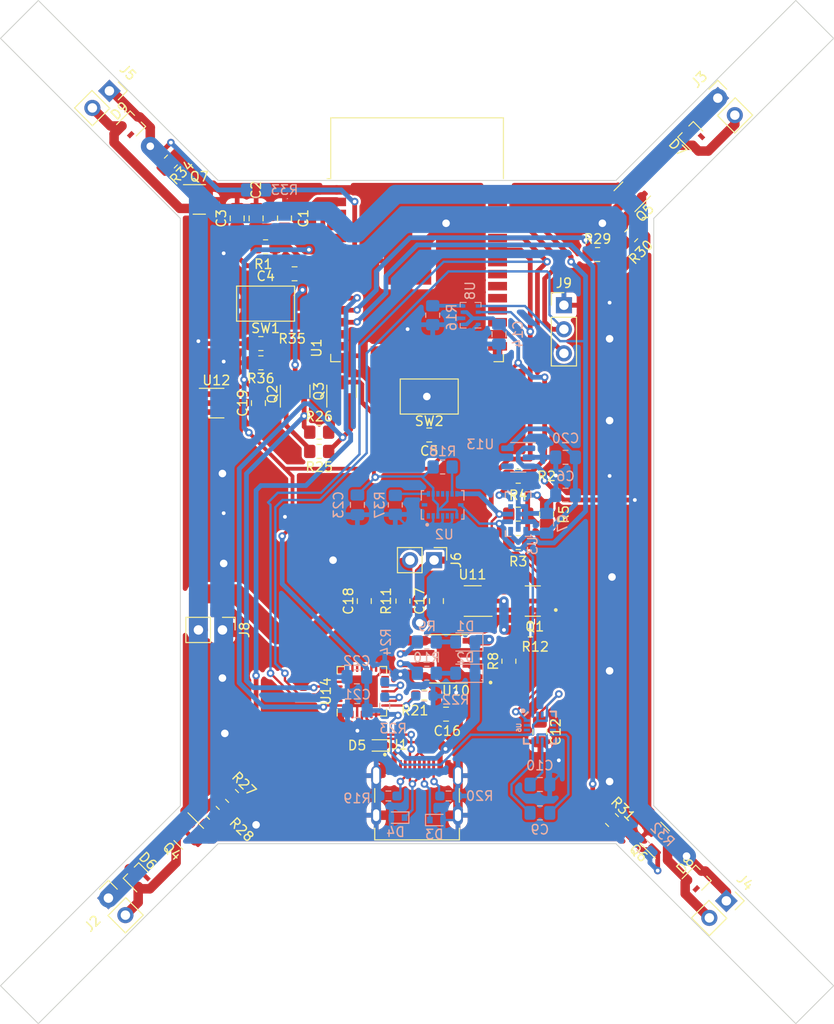
<source format=kicad_pcb>
(kicad_pcb (version 20211014) (generator pcbnew)
  (layers (0 "F.Cu" signal) (31 "B.Cu" signal) (34 "B.Paste" user) (35 "F.Paste" user) (36 "B.SilkS" user "B.Silkscreen") (37 "F.SilkS" user "F.Silkscreen") (38 "B.Mask" user) (39 "F.Mask" user) (44 "Edge.Cuts" user))
  (net 0 "")
  (net 1 "+3.3V")
  (net 2 "GND")
  (net 3 "EN")
  (net 4 "BOOT0")
  (net 5 "+3.3VA")
  (net 6 "Net-(C9-Pad1)")
  (net 7 "Net-(C9-Pad2)")
  (net 8 "Net-(C10-Pad1)")
  (net 9 "USB_5V")
  (net 10 "-BATT")
  (net 11 "Net-(D1-Pad2)")
  (net 12 "Net-(D2-Pad2)")
  (net 13 "USP_DP")
  (net 14 "USB_DN")
  (net 15 "Net-(D6-Pad1)")
  (net 17 "Net-(D7-Pad1)")
  (net 19 "Net-(D8-Pad1)")
  (net 21 "Net-(D9-Pad1)")
  (net 23 "Net-(J1-PadA5)")
  (net 26 "Net-(J1-PadB5)")
  (net 27 "MAIN_TX")
  (net 28 "MAIN_RX")
  (net 32 "Net-(Q1-Pad2)")
  (net 33 "Net-(Q1-Pad4)")
  (net 34 "Net-(Q1-Pad6)")
  (net 35 "Net-(Q2-Pad1)")
  (net 36 "RTS")
  (net 37 "Net-(Q3-Pad1)")
  (net 38 "DTR")
  (net 39 "Net-(Q4-Pad1)")
  (net 40 "Net-(Q5-Pad1)")
  (net 41 "Net-(Q6-Pad1)")
  (net 42 "Net-(Q7-Pad1)")
  (net 43 "Net-(R2-Pad2)")
  (net 44 "SDA")
  (net 45 "SCL")
  (net 46 "Net-(R5-Pad2)")
  (net 47 "Net-(R8-Pad1)")
  (net 48 "Net-(R9-Pad2)")
  (net 49 "Net-(R10-Pad2)")
  (net 50 "Net-(R12-Pad1)")
  (net 51 "BMP280_ADDR_CHANGE")
  (net 52 "BMI088_GYRO_ADDR_CHANGE")
  (net 53 "Net-(R21-Pad2)")
  (net 54 "Net-(R23-Pad2)")
  (net 55 "Net-(R24-Pad1)")
  (net 56 "MOTOR1")
  (net 57 "MOTOR2")
  (net 58 "MOTOR3")
  (net 59 "MOTOR4")
  (net 60 "VOLTAGE_SENSOR")
  (net 61 "BMI088_ACCEL_ADDR_CHANGE")
  (net 113 "VCC")
  (net 114 "USB_DP")
  (net 115 "Net-(C17-Pad1)")
  (footprint "Resistor_SMD:R_0805_2012Metric_Pad1.20x1.40mm_HandSolder" (layer "F.Cu") (at 148.59 127.508 -45)
    (fp_text reference "R31")
    (fp_text value "47R" hide)
  )
  (footprint "Resistor_SMD:R_0805_2012Metric_Pad1.20x1.40mm_HandSolder" (layer "F.Cu") (at 141.684 95.22 90)
    (fp_text reference "R5")
    (fp_text value "10K" hide)
  )
  (footprint "Connector_PinSocket_2.54mm:PinSocket_1x02_P2.54mm_Vertical" (layer "F.Cu") (at 95.504 50.546 -45)
    (fp_text reference "J5")
    (fp_text value "Conn_01x02" hide)
  )
  (footprint "Capacitor_SMD:C_0805_2012Metric_Pad1.18x1.45mm_HandSolder" (layer "F.Cu") (at 129.286 86.868 180)
    (fp_text reference "C5")
    (fp_text value "0.1uF" hide)
  )
  (footprint "Button_Switch_SMD:SW_SPST_CK_RS282G05A3" (layer "F.Cu") (at 129.286 82.804 180)
    (fp_text reference "SW2")
    (fp_text value "TS-1101-C-W " hide)
  )
  (footprint "Resistor_SMD:R_0805_2012Metric_Pad1.20x1.40mm_HandSolder" (layer "F.Cu") (at 112 67)
    (fp_text reference "R1")
    (fp_text value "10K" hide)
  )
  (footprint "Resistor_SMD:R_0805_2012Metric_Pad1.20x1.40mm_HandSolder" (layer "F.Cu") (at 102 58 -135)
    (fp_text reference "R34")
    (fp_text value "10K" hide)
  )
  (footprint "Resistor_SMD:R_0805_2012Metric_Pad1.20x1.40mm_HandSolder" (layer "F.Cu") (at 108.458 124.968 135)
    (fp_text reference "R27")
    (fp_text value "47R" hide)
  )
  (footprint "Resistor_SMD:R_0805_2012Metric_Pad1.20x1.40mm_HandSolder" (layer "F.Cu") (at 138.684 98.22 180)
    (fp_text reference "R4")
    (fp_text value "10K" hide)
  )
  (footprint "Capacitor_SMD:C_0805_2012Metric_Pad1.18x1.45mm_HandSolder" (layer "F.Cu") (at 111 64 90)
    (fp_text reference "C2")
    (fp_text value "0.1uF" hide)
  )
  (footprint "Resistor_SMD:R_0805_2012Metric_Pad1.20x1.40mm_HandSolder" (layer "F.Cu") (at 147.066 67.818)
    (fp_text reference "R29")
    (fp_text value "47R" hide)
  )
  (footprint "RF_Module:ESP32-WROOM-32" (layer "F.Cu") (at 128 69.25)
    (fp_text reference "U1")
    (fp_text value "ESP32-WROOM-32D" hide)
  )
  (footprint "Resistor_SMD:R_0805_2012Metric_Pad1.20x1.40mm_HandSolder" (layer "F.Cu") (at 137.7 110.742 90)
    (fp_text reference "R8")
    (fp_text value "2K" hide)
  )
  (footprint "Package_TO_SOT_SMD:SOT-323_SC-70" (layer "F.Cu") (at 156.868726 55.118 135)
    (fp_text reference "D7")
    (fp_text value "BAT54" hide)
  )
  (footprint "Resistor_SMD:R_0805_2012Metric_Pad1.20x1.40mm_HandSolder" (layer "F.Cu") (at 117.66475 88.59925 180)
    (fp_text reference "R25")
    (fp_text value "10K" hide)
  )
  (footprint "Resistor_SMD:R_0603_1608Metric_Pad0.98x0.95mm_HandSolder" (layer "F.Cu") (at 128.778 114.3 180)
    (fp_text reference "R21")
    (fp_text value "22.1K" hide)
  )
  (footprint "Package_TO_SOT_SMD:SOT-23" (layer "F.Cu") (at 120.02925 82.24925 90)
    (fp_text reference "Q3")
    (fp_text value "SS8050-G" hide)
  )
  (footprint "Package_TO_SOT_SMD:SOT-23" (layer "F.Cu") (at 103.886 129.032 -45)
    (fp_text reference "Q4")
    (fp_text value "CJ2302" hide)
  )
  (footprint "Package_TO_SOT_SMD:SOT-23-5" (layer "F.Cu") (at 106.8015 83.5)
    (fp_text reference "U12")
    (fp_text value "SPX3819M5-L-3-3" hide)
  )
  (footprint "Capacitor_SMD:C_0805_2012Metric_Pad1.18x1.45mm_HandSolder" (layer "F.Cu") (at 140.974 118.207072 -90)
    (fp_text reference "C12")
    (fp_text value "0.1uF" hide)
  )
  (footprint "Connector_PinHeader_2.54mm:PinHeader_1x03_P2.54mm_Vertical" (layer "F.Cu") (at 143.51 73.167)
    (fp_text reference "J9")
    (fp_text value "Conn_01x03" hide)
  )
  (footprint "Resistor_SMD:R_0805_2012Metric_Pad1.20x1.40mm_HandSolder" (layer "F.Cu") (at 138.684 95.22 180)
    (fp_text reference "R3")
    (fp_text value "10K" hide)
  )
  (footprint "Capacitor_SMD:C_0805_2012Metric_Pad1.18x1.45mm_HandSolder" (layer "F.Cu") (at 130.048 104.394 -90)
    (fp_text reference "C17")
    (fp_text value "0.1uF" hide)
  )
  (footprint "Supply:SOP127P600X175-9N" (layer "F.Cu") (at 131.318 110.49 180)
    (fp_text reference "U10")
    (fp_text value "TP4056")
  )
  (footprint "Diode_SMD:D_SOD-523" (layer "F.Cu") (at 123.952 119.634 180)
    (fp_text reference "D5")
    (fp_text value "LRC LESD5D5.0CT1G " hide)
  )
  (footprint "Package_TO_SOT_SMD:SOT-323_SC-70" (layer "F.Cu") (at 98 54 45)
    (fp_text reference "D9")
    (fp_text value "BAT54" hide)
  )
  (footprint "Resistor_SMD:R_0805_2012Metric_Pad1.20x1.40mm_HandSolder" (layer "F.Cu") (at 111.506 77.216)
    (fp_text reference "R35")
    (fp_text value "27K" hide)
  )
  (footprint "Connector_PinSocket_2.54mm:PinSocket_1x02_P2.54mm_Vertical" (layer "F.Cu") (at 95.399794 135.750439 45)
    (fp_text reference "J2")
    (fp_text value "Conn_01x02" hide)
  )
  (footprint "Capacitor_SMD:C_0805_2012Metric_Pad1.18x1.45mm_HandSolder" (layer "F.Cu") (at 111.2465 83.5 90)
    (fp_text reference "C19")
    (fp_text value "10uF" hide)
  )
  (footprint "Capacitor_SMD:C_0805_2012Metric_Pad1.18x1.45mm_HandSolder" (layer "F.Cu") (at 109 64 90)
    (fp_text reference "C3")
    (fp_text value "0.1uF" hide)
  )
  (footprint "Connector_PinSocket_2.54mm:PinSocket_1x02_P2.54mm_Vertical" (layer "F.Cu") (at 160.667561 136.039794 -45)
    (fp_text reference "J4")
    (fp_text value "Conn_01x02" hide)
  )
  (footprint "Connector_PinHeader_2.54mm:PinHeader_1x02_P2.54mm_Vertical" (layer "F.Cu") (at 129.799 100.076 -90)
    (fp_text reference "J6")
    (fp_text value "Conn_01x02" hide)
  )
  (footprint "Package_TO_SOT_SMD:SOT-23-6_Handsoldering" (layer "F.Cu") (at 133.874 104.394 180)
    (fp_text reference "U11")
    (fp_text value "DW01A" hide)
  )
  (footprint "Resistor_SMD:R_0805_2012Metric_Pad1.20x1.40mm_HandSolder" (layer "F.Cu") (at 111.506 79.248 180)
    (fp_text reference "R36")
    (fp_text value "100K" hide)
  )
  (footprint "Package_TO_SOT_SMD:SOT-23" (layer "F.Cu") (at 150.368 61.722 -135)
    (fp_text reference "Q5")
    (fp_text value "CJ2302" hide)
  )
  (footprint "Package_TO_SOT_SMD:SOT-323_SC-70" (layer "F.Cu") (at 98.298 133.35 135)
    (fp_text reference "D6")
    (fp_text value "BAT54" hide)
  )
  (footprint "Connector_PinSocket_2.54mm:PinSocket_1x02_P2.54mm_Vertical" (layer "F.Cu") (at 159.766 51.308 45)
    (fp_text reference "J3")
    (fp_text value "Conn_01x02" hide)
  )
  (footprint "Capacitor_SMD:C_0805_2012Metric_Pad1.18x1.45mm_HandSolder" (layer "F.Cu") (at 131.064 116.332)
    (fp_text reference "C16")
    (fp_text value "0.1uF" hide)
  )
  (footprint "Resistor_SMD:R_0805_2012Metric_Pad1.20x1.40mm_HandSolder" (layer "F.Cu") (at 106.426 126.746 135)
    (fp_text reference "R28")
    (fp_text value "10K" hide)
  )
  (footprint "Resistor_SMD:R_0805_2012Metric_Pad1.20x1.40mm_HandSolder" (layer "F.Cu") (at 117.66475 86.56725)
    (fp_text reference "R26")
    (fp_text value "10K" hide)
  )
  (footprint "Capacitor_SMD:C_0805_2012Metric_Pad1.18x1.45mm_HandSolder" (layer "F.Cu") (at 122.428 104.394 90)
    (fp_text reference "C18")
    (fp_text value "10uF" hide)
  )
  (footprint "Supply:SOT95P280X145-6N" (layer "F.Cu") (at 140.224 104.394 180)
    (fp_text reference "Q1")
    (fp_text value "FS8205")
  )
  (footprint "Connector_PinHeader_2.54mm:PinHeader_1x02_P2.54mm_Vertical" (layer "F.Cu") (at 107.447 107.442 -90)
    (fp_text reference "J8")
    (fp_text value "Conn_01x02" hide)
  )
  (footprint "Package_TO_SOT_SMD:SOT-23" (layer "F.Cu") (at 115.12475 82.24925 90)
    (fp_text reference "Q2")
    (fp_text value "SS8050-G" hide)
  )
  (footprint "Button_Switch_SMD:SW_SPST_CK_RS282G05A3" (layer "F.Cu") (at 112 73 180)
    (fp_text reference "SW1")
    (fp_text value "TS-1101-C-W " hide)
  )
  (footprint "Connectors:HRO_TYPE-C-31-M-12" (layer "F.Cu") (at 128 127)
    (fp_text reference "J1")
    (fp_text value "TYPE-C-31-M-12" hide)
  )
  (footprint "Package_TO_SOT_SMD:SOT-23" (layer "F.Cu") (at 105 62)
    (fp_text reference "Q7")
    (fp_text value "CJ2302" hide)
  )
  (footprint "Resistor_SMD:R_0805_2012Metric_Pad1.20x1.40mm_HandSolder" (layer "F.Cu") (at 138.684 91.22 180)
    (fp_text reference "R2")
    (fp_text value "10K" hide)
  )
  (footprint "Capacitor_SMD:C_0805_2012Metric_Pad1.18x1.45mm_HandSolder" (layer "F.Cu") (at 115.062 69.85 180)
    (fp_text reference "C4")
    (fp_text value "0.1uF" hide)
  )
  (footprint "Package_TO_SOT_SMD:SOT-23" (layer "F.Cu") (at 153.097336 129.294839 135)
    (fp_text reference "Q6")
    (fp_text value "CJ2302" hide)
  )
  (footprint "Resistor_SMD:R_0805_2012Metric_Pad1.20x1.40mm_HandSolder" (layer "F.Cu") (at 139.97 107.442)
    (fp_text reference "R12")
    (fp_text value "1K" hide)
  )
  (footprint "Package_TO_SOT_SMD:SOT-323_SC-70" (layer "F.Cu") (at 157.734 133.604 45)
    (fp_text reference "D8")
    (fp_text value "BAT54" hide)
  )
  (footprint "Capacitor_SMD:C_0805_2012Metric_Pad1.18x1.45mm_HandSolder" (layer "F.Cu") (at 114 64 90)
    (fp_text reference "C1")
    (fp_text value "22uF" hide)
  )
  (footprint "Resistor_SMD:R_0805_2012Metric_Pad1.20x1.40mm_HandSolder" (layer "F.Cu") (at 150.622 65.786 45)
    (fp_text reference "R30")
    (fp_text value "10K" hide)
  )
  (footprint "Package_DFN_QFN:QFN-28-1EP_5x5mm_P0.5mm_EP3.35x3.35mm" (layer "F.Cu") (at 122.174 113.919 90)
    (fp_text reference "U14")
    (fp_text value "CP2102N-Axx-xQFN28" hide)
  )
  (footprint "Resistor_SMD:R_0805_2012Metric_Pad1.20x1.40mm_HandSolder" (layer "F.Cu") (at 126.508 104.394 -90)
    (fp_text reference "R11")
    (fp_text value "100R" hide)
  )
  (footprint "Resistor_SMD:R_0805_2012Metric_Pad1.20x1.40mm_HandSolder" (layer "B.Cu") (at 125.7 94.242 -90)
    (fp_text reference "R37")
    (fp_text value "10K" hide)
  )
  (footprint "Package_LGA:Bosch_LGA-8_2x2.5mm_P0.65mm_ClockwisePinNumbering" (layer "B.Cu") (at 133.652 74.2215 90)
    (fp_text reference "U8")
    (fp_text value "BMP280" hide)
  )
  (footprint "Resistor_SMD:R_0805_2012Metric_Pad1.20x1.40mm_HandSolder" (layer "B.Cu") (at 129.652 74.2215 -90)
    (fp_text reference "R16")
    (fp_text value "10K" hide)
  )
  (footprint "Resistor_SMD:R_0805_2012Metric_Pad1.20x1.40mm_HandSolder" (layer "B.Cu") (at 111 61 180)
    (fp_text reference "R33")
    (fp_text value "47R" hide)
  )
  (footprint "Capacitor_SMD:C_0805_2012Metric_Pad1.18x1.45mm_HandSolder" (layer "B.Cu") (at 121.7 94.242 90)
    (fp_text reference "C23")
    (fp_text value "0.1uF" hide)
  )
  (footprint "OptoDevice:ST_VL53L0X" (layer "B.Cu") (at 138.684 95.22 90)
    (fp_text reference "U3")
    (fp_text value "VL53L0")
  )
  (footprint "Capacitor_SMD:C_0805_2012Metric_Pad1.18x1.45mm_HandSolder" (layer "B.Cu") (at 121.6445 112.395 180)
    (fp_text reference "C22")
    (fp_text value "0.1uF" hide)
  )
  (footprint "Sensors:LPCC-16" (layer "B.Cu") (at 140.974 117.756 -90)
    (fp_text reference "U6")
    (fp_text value "QMC5883L")
  )
  (footprint "Resistor_SMD:R_0603_1608Metric_Pad0.98x0.95mm_HandSolder" (layer "B.Cu") (at 124.587 112.014 90)
    (fp_text reference "R24")
    (fp_text value "10K" hide)
  )
  (footprint "Package_TO_SOT_SMD:SOT-23-5" (layer "B.Cu") (at 138.684 89.22 180)
    (fp_text reference "U13")
    (fp_text value "SPX3819M5-L-3-3" hide)
  )
  (footprint "Capacitor_SMD:C_0805_2012Metric_Pad1.18x1.45mm_HandSolder" (layer "B.Cu") (at 140.974 123.756)
    (fp_text reference "C10")
    (fp_text value "4.7uF" hide)
  )
  (footprint "Capacitor_SMD:C_0805_2012Metric_Pad1.18x1.45mm_HandSolder" (layer "B.Cu") (at 143.684 93.22 180)
    (fp_text reference "C6")
    (fp_text value "0.1uF" hide)
  )
  (footprint "Resistor_SMD:R_0603_1608Metric_Pad0.98x0.95mm_HandSolder" (layer "B.Cu") (at 124.587 115.443 90)
    (fp_text reference "R23")
    (fp_text value "2K" hide)
  )
  (footprint "Sensors:PQFN50P450X300X100-16N" (layer "B.Cu") (at 130.7 94.242)
    (fp_text reference "U2")
    (fp_text value "BMI088" hide)
  )
  (footprint "Resistor_SMD:R_0603_1608Metric_Pad0.98x0.95mm_HandSolder" (layer "B.Cu") (at 128.778 114.427)
    (fp_text reference "R22")
    (fp_text value "47.5K" hide)
  )
  (footprint "Capacitor_SMD:C_0805_2012Metric_Pad1.18x1.45mm_HandSolder" (layer "B.Cu") (at 140.974 126.756 180)
    (fp_text reference "C9")
    (fp_text value "0.22uF" hide)
  )
  (footprint "LED_SMD:LED_0805_2012Metric_Pad1.15x1.40mm_HandSolder" (layer "B.Cu") (at 133.096 108.712 180)
    (fp_text reference "D1")
    (fp_text value "LED" hide)
  )
  (footprint "Diode_SMD:D_SOD-523" (layer "B.Cu") (at 125.984 127.254 180)
    (fp_text reference "D4")
    (fp_text value "LRC LESD5D5.0CT1G " hide)
  )
  (footprint "Resistor_SMD:R_0805_2012Metric_Pad1.20x1.40mm_HandSolder" (layer "B.Cu") (at 151.892 130.302 -45)
    (fp_text reference "R32")
    (fp_text value "10K" hide)
  )
  (footprint "Resistor_SMD:R_0603_1608Metric_Pad0.98x0.95mm_HandSolder" (layer "B.Cu") (at 131.318 124.968)
    (fp_text reference "R20")
    (fp_text value "5.1K" hide)
  )
  (footprint "Resistor_SMD:R_0805_2012Metric_Pad1.20x1.40mm_HandSolder" (layer "B.Cu") (at 129.032 112.014 180)
    (fp_text reference "R10")
    (fp_text value "1K" hide)
  )
  (footprint "Capacitor_SMD:C_0805_2012Metric_Pad1.18x1.45mm_HandSolder" (layer "B.Cu") (at 141.684 96.1825 90)
    (fp_text reference "C7")
    (fp_text value "4.7uF" hide)
  )
  (footprint "Capacitor_SMD:C_0805_2012Metric_Pad1.18x1.45mm_HandSolder" (layer "B.Cu") (at 121.6875 115.951 180)
    (fp_text reference "C21")
    (fp_text value "4.7uF" hide)
  )
  (footprint "Resistor_SMD:R_0805_2012Metric_Pad1.20x1.40mm_HandSolder" (layer "B.Cu") (at 129.032 108.712 180)
    (fp_text reference "R9")
    (fp_text value "1K" hide)
  )
  (footprint "Capacitor_SMD:C_0805_2012Metric_Pad1.18x1.45mm_HandSolder" (layer "B.Cu") (at 143.684 89.22)
    (fp_text reference "C20")
    (fp_text value "10uF" hide)
  )
  (footprint "Resistor_SMD:R_0805_2012Metric_Pad1.20x1.40mm_HandSolder" (layer "B.Cu") (at 130.7 90.242 180)
    (fp_text reference "R18")
    (fp_text value "10K" hide)
  )
  (footprint "Resistor_SMD:R_0603_1608Metric_Pad0.98x0.95mm_HandSolder" (layer "B.Cu") (at 124.968 124.968)
    (fp_text reference "R19")
    (fp_text value "5.1K" hide)
  )
  (footprint "Capacitor_SMD:C_0805_2012Metric_Pad1.18x1.45mm_HandSolder" (layer "B.Cu") (at 136.652 76.2215 -90)
    (fp_text reference "C14")
    (fp_text value "0.1uF" hide)
  )
  (footprint "Diode_SMD:D_SOD-523" (layer "B.Cu") (at 130.048 127.508)
    (fp_text reference "D3")
    (fp_text value "LRC LESD5D5.0CT1G " hide)
  )
  (footprint "LED_SMD:LED_0805_2012Metric_Pad1.15x1.40mm_HandSolder" (layer "B.Cu") (at 133.096 112.014 180)
    (fp_text reference "D2")
    (fp_text value "LED" hide)
  )
  (gr_line (start 103 126) (end 103 64) (layer "Edge.Cuts") (width 0.1))
  (gr_line (start 149 130) (end 168 149) (layer "Edge.Cuts") (width 0.1))
  (gr_line (start 107 60) (end 88 41) (layer "Edge.Cuts") (width 0.1))
  (gr_line (start 172 45) (end 168 41) (layer "Edge.Cuts") (width 0.1))
  (gr_line (start 107 130) (end 88 149) (layer "Edge.Cuts") (width 0.1))
  (gr_line (start 168 149) (end 172 145) (layer "Edge.Cuts") (width 0.1))
  (gr_line (start 84 145) (end 88 149) (layer "Edge.Cuts") (width 0.1))
  (gr_line (start 153 64) (end 172 45) (layer "Edge.Cuts") (width 0.1))
  (gr_line (start 103 126) (end 84 145) (layer "Edge.Cuts") (width 0.1))
  (gr_line (start 107 60) (end 149 60) (layer "Edge.Cuts") (width 0.1))
  (gr_line (start 153 126) (end 172 145) (layer "Edge.Cuts") (width 0.1))
  (gr_line (start 153 64) (end 153 126) (layer "Edge.Cuts") (width 0.1))
  (gr_line (start 149 60) (end 168 41) (layer "Edge.Cuts") (width 0.1))
  (gr_line (start 103 64) (end 84 45) (layer "Edge.Cuts") (width 0.1))
  (gr_line (start 149 130) (end 107 130) (layer "Edge.Cuts") (width 0.1))
  (gr_line (start 88 41) (end 84 45) (layer "Edge.Cuts") (width 0.1))
  (segment (start 114.846 91.224) (end 114.846 96.4445) (width 0.4) (layer "F.Cu") (net 1))
  (segment (start 139.684 91.22) (end 139.684 95.22) (width 0.5) (layer "F.Cu") (net 1))
  (segment (start 141.478 89.426) (end 141.478 80.772) (width 0.5) (layer "F.Cu") (net 1))
  (segment (start 139.684 95.22) (end 139.684 98.22) (width 0.5) (layer "F.Cu") (net 1))
  (segment (start 123.444 90.424) (end 123.444 91.186) (width 0.4) (layer "F.Cu") (net 1))
  (segment (start 111 65.0375) (end 114 65.0375) (width 1) (layer "F.Cu") (net 1))
  (segment (start 116.84 62.992) (end 116.84 67.31) (width 1) (layer "F.Cu") (net 1))
  (segment (start 140.974 116.207072) (end 142.974 114.207072) (width 0.25) (layer "F.Cu") (net 1))
  (segment (start 114.046 90.424) (end 110.236 86.614) (width 0.4) (layer "F.Cu") (net 1))
  (segment (start 111.2465 82.4625) (end 111.1645 82.4625) (width 0.5) (layer "F.Cu") (net 1))
  (segment (start 138.684 79.248) (end 134.874 83.058) (width 0.4) (layer "F.Cu") (net 1))
  (segment (start 125.894 116.369) (end 125.984 116.459) (width 0.25) (layer "F.Cu") (net 1))
  (segment (start 123.174 116.369) (end 123.674 116.369) (width 0.25) (layer "F.Cu") (net 1))
  (segment (start 116.2725 67.31) (end 114 65.0375) (width 1) (layer "F.Cu") (net 1))
  (segment (start 111.159 82.55) (end 111.2465 82.4625) (width 0.5) (layer "F.Cu") (net 1))
  (segment (start 116.84 67.31) (end 116.2725 67.31) (width 1) (layer "F.Cu") (net 1))
  (segment (start 140.684 96.22) (end 139.684 95.22) (width 0.5) (layer "F.Cu") (net 1))
  (segment (start 123.444 91.186) (end 123.58125 91.32325) (width 0.4) (layer "F.Cu") (net 1))
  (segment (start 111.1645 82.4625) (end 109.728 81.026) (width 0.5) (layer "F.Cu") (net 1))
  (segment (start 123.444 90.424) (end 114.046 90.424) (width 0.4) (layer "F.Cu") (net 1))
  (segment (start 134.874 84.836) (end 129.286 90.424) (width 0.4) (layer "F.Cu") (net 1))
  (segment (start 141.684 96.22) (end 140.684 96.22) (width 0.5) (layer "F.Cu") (net 1))
  (segment (start 123.674 116.369) (end 125.894 116.369) (width 0.25) (layer "F.Cu") (net 1))
  (segment (start 111 67) (end 111 65.0375) (width 1) (layer "F.Cu") (net 1))
  (segment (start 114.046 90.424) (end 114.846 91.224) (width 0.4) (layer "F.Cu") (net 1))
  (segment (start 129.286 90.424) (end 123.444 90.424) (width 0.4) (layer "F.Cu") (net 1))
  (segment (start 140.974 117.169572) (end 140.974 116.207072) (width 0.25) (layer "F.Cu") (net 1))
  (segment (start 119.5 62.265) (end 117.567 62.265) (width 1) (layer "F.Cu") (net 1))
  (segment (start 139.684 91.22) (end 141.478 89.426) (width 0.5) (layer "F.Cu") (net 1))
  (segment (start 134.874 83.058) (end 134.874 84.836) (width 0.4) (layer "F.Cu") (net 1))
  (segment (start 107.939 82.55) (end 111.159 82.55) (width 0.5) (layer "F.Cu") (net 1))
  (segment (start 117.567 62.265) (end 116.84 62.992) (width 1) (layer "F.Cu") (net 1))
  (segment (start 114.846 96.4445) (end 113.7545 97.536) (width 0.4) (layer "F.Cu") (net 1))
  (via (at 125.984 116.459) (size 0.8) (drill 0.4) (layers "F.Cu" "B.Cu") (net 1))
  (via (at 116.586 67.31) (size 0.8) (drill 0.4) (layers "F.Cu" "B.Cu") (net 1))
  (via (at 113.7545 97.536) (size 0.8) (drill 0.4) (layers "F.Cu" "B.Cu") (net 1))
  (via (at 123.58125 91.32325) (size 0.8) (drill 0.4) (layers "F.Cu" "B.Cu") (net 1))
  (via (at 138.684 79.248) (size 0.8) (drill 0.4) (layers "F.Cu" "B.Cu") (net 1))
  (via (at 142.974 114.207072) (size 0.8) (drill 0.4) (layers "F.Cu" "B.Cu") (net 1))
  (via (at 141.478 80.772) (size 0.8) (drill 0.4) (layers "F.Cu" "B.Cu") (net 1))
  (via (at 109.728 81.026) (size 0.8) (drill 0.4) (layers "F.Cu" "B.Cu") (net 1))
  (via (at 110.236 86.614) (size 0.8) (drill 0.4) (layers "F.Cu" "B.Cu") (net 1))
  (segment (start 141.724 116.386) (end 141.724 116.506) (width 0.25) (layer "B.Cu") (net 1))
  (segment (start 132.2 94.862) (end 132.08 94.742) (width 0.25) (layer "B.Cu") (net 1))
  (segment (start 130.2 94.862) (end 130.2 95.407) (width 0.25) (layer "B.Cu") (net 1))
  (segment (start 141.724 115.457072) (end 141.724 116.386) (width 0.25) (layer "B.Cu") (net 1))
  (segment (start 113.7545 97.536) (end 113.7545 102.5785) (width 0.5) (layer "B.Cu") (net 1))
  (segment (start 141.478 80.772) (end 140.208 80.772) (width 0.5) (layer "B.Cu") (net 1))
  (segment (start 116.586 67.31) (end 110.998 67.31) (width 0.5) (layer "B.Cu") (net 1))
  (segment (start 113.7545 102.5785) (end 122.682 111.506) (width 0.5) (layer "B.Cu") (net 1))
  (segment (start 130.500726 121.666) (end 126.482695 121.666) (width 0.25) (layer "B.Cu") (net 1))
  (segment (start 125.222 120.405305) (end 125.222 117.221) (width 0.25) (layer "B.Cu") (net 1))
  (segment (start 130.2 95.407) (end 130.2 94.742) (width 0.25) (layer "B.Cu") (net 1))
  (segment (start 140.724 117.001) (end 140.724 116.386) (width 0.25) (layer "B.Cu") (net 1))
  (segment (start 109.728 81.026) (end 109.728 86.106) (width 0.5) (layer "B.Cu") (net 1))
  (segment (start 139.604 118.506) (end 133.660726 118.506) (width 0.25) (layer "B.Cu") (net 1))
  (segment (start 140.254 118.476) (end 139.634 118.476) (width 0.25) (layer "B.Cu") (net 1))
  (segment (start 140.208 80.772) (end 138.684 79.248) (width 0.5) (layer "B.Cu") (net 1))
  (segment (start 140.254 117.471) (end 140.724 117.001) (width 0.25) (layer "B.Cu") (net 1))
  (segment (start 131.2 93.862) (end 130.2 94.862) (width 0.25) (layer "B.Cu") (net 1))
  (segment (start 125.8805 116.3555) (end 125.984 116.459) (width 0.25) (layer "B.Cu") (net 1))
  (segment (start 130.2 94.742) (end 130.2 94.197) (width 0.25) (layer "B.Cu") (net 1))
  (segment (start 128.7 91.242) (end 128.485 91.242) (width 0.25) (layer "B.Cu") (net 1))
  (segment (start 123.58125 91.32325) (end 123.6625 91.242) (width 0.25) (layer "B.Cu") (net 1))
  (segment (start 138.684 77.216) (end 138.684 79.248) (width 0.4) (layer "B.Cu") (net 1))
  (segment (start 122.682 115.908) (end 122.725 115.951) (width 0.5) (layer "B.Cu") (net 1))
  (segment (start 141.689 116.541) (end 141.689 117.036) (width 0.25) (layer "B.Cu") (net 1))
  (segment (start 125.222 117.221) (end 125.984 116.459) (width 0.25) (layer "B.Cu") (net 1))
  (segment (start 109.728 86.106) (end 110.236 86.614) (width 0.5) (layer "B.Cu") (net 1))
  (segment (start 132.852 73.8965) (end 133.227 73.8965) (width 0.4) (layer "B.Cu") (net 1))
  (segment (start 132.852 75.1965) (end 133.227 75.1965) (width 0.4) (layer "B.Cu") (net 1))
  (segment (start 126.482695 121.666) (end 125.222 120.405305) (width 0.25) (layer "B.Cu") (net 1))
  (segment (start 133.227 73.8965) (end 133.877 74.5465) (width 0.4) (layer "B.Cu") (net 1))
  (segment (start 142.974 114.207072) (end 141.724 115.457072) (width 0.25) (layer "B.Cu") (net 1))
  (segment (start 124.587 116.3555) (end 125.8805 116.3555) (width 0.5) (layer "B.Cu") (net 1))
  (segment (start 141.724 116.506) (end 141.689 116.541) (width 0.25) (layer "B.Cu") (net 1))
  (segment (start 140.759 117.036) (end 140.724 117.001) (width 0.25) (layer "B.Cu") (net 1))
  (segment (start 132.2 95.407) (end 132.2 94.862) (width 0.25) (layer "B.Cu") (net 1))
  (segment (start 130.2 94.197) (end 129.7 93.697) (width 0.25) (layer "B.Cu") (net 1))
  (segment (start 122.682 112.395) (end 122.682 115.908) (width 0.5) (layer "B.Cu") (net 1))
  (segment (start 129.7 93.697) (end 129.7 93.077) (width 0.25) (layer "B.Cu") (net 1))
  (segment (start 133.227 75.1965) (end 133.877 74.5465) (width 0.4) (layer "B.Cu") (net 1))
  (segment (start 110.998 67.31) (end 109.728 68.58) (width 0.5) (layer "B.Cu") (net 1))
  (segment (start 129.7 90.242) (end 128.7 91.242) (width 0.25) (layer "B.Cu") (net 1))
  (segment (start 131.2 93.077) (end 131.2 93.862) (width 0.25) (layer "B.Cu") (net 1))
  (segment (start 123.6625 91.242) (end 128.485 91.242) (width 0.25) (layer "B.Cu") (net 1))
  (segment (start 133.660726 118.506) (end 130.500726 121.666) (width 0.25) (layer "B.Cu") (net 1))
  (segment (start 136.0145 74.5465) (end 136.652 75.184) (width 0.4) (layer "B.Cu") (net 1))
  (segment (start 141.689 117.036) (end 140.759 117.036) (width 0.25) (layer "B.Cu") (net 1))
  (segment (start 133.877 74.5465) (end 134.452 74.5465) (width 0.4) (layer "B.Cu") (net 1))
  (segment (start 122.682 111.506) (end 122.682 112.395) (width 0.5) (layer "B.Cu") (net 1))
  (segment (start 109.728 68.58) (end 109.728 81.026) (width 0.5) (layer "B.Cu") (net 1))
  (segment (start 136.652 75.184) (end 138.684 77.216) (width 0.4) (layer "B.Cu") (net 1))
  (segment (start 140.254 117.471) (end 140.254 118.476) (width 0.25) (layer "B.Cu") (net 1))
  (segment (start 129.7 92.457) (end 129.7 93.077) (width 0.25) (layer "B.Cu") (net 1))
  (segment (start 134.452 74.5465) (end 136.0145 74.5465) (width 0.4) (layer "B.Cu") (net 1))
  (segment (start 122.725 115.951) (end 124.1825 115.951) (width 0.5) (layer "B.Cu") (net 1))
  (segment (start 132.08 94.742) (end 130.2 94.742) (width 0.25) (layer "B.Cu") (net 1))
  (segment (start 121.7 93.2045) (end 123.58125 91.32325) (width 0.25) (layer "B.Cu") (net 1))
  (segment (start 128.485 91.242) (end 129.7 92.457) (width 0.25) (layer "B.Cu") (net 1))
  (segment (start 124.1825 115.951) (end 124.587 116.3555) (width 0.5) (layer "B.Cu") (net 1))
  (segment (start 109.22 107.442) (end 112.014 110.236) (width 1.5) (layer "F.Cu") (net 2))
  (segment (start 141.0115 119.244572) (end 140.974 119.244572) (width 0.25) (layer "F.Cu") (net 2))
  (segment (start 109 62.9625) (end 111 62.9625) (width 1) (layer "F.Cu") (net 2))
  (segment (start 107.962 95.504) (end 107.575 95.117) (width 0.5) (layer "F.Cu") (net 2))
  (segment (start 121.674 116.369) (end 121.674 114.419) (width 0.25) (layer "F.Cu") (net 2))
  (segment (start 110.506 79.248) (end 107.708 79.248) (width 0.5) (layer "F.Cu") (net 2))
  (segment (start 125.765 60.995) (end 127 62.23) (width 1) (layer "F.Cu") (net 2))
  (segment (start 122.285 79.703) (end 122.285 78.505) (width 1) (layer "F.Cu") (net 2))
  (segment (start 149.705087 62.384913) (end 147.574 64.516) (width 1) (layer "F.Cu") (net 2))
  (segment (start 108.149107 127.453107) (end 108.966 128.27) (width 1) (layer "F.Cu") (net 2))
  (segment (start 148.067 73.167) (end 148.336 72.898) (width 0.5) (layer "F.Cu") (net 2))
  (segment (start 140.97 107.442) (end 140.97 105.853) (width 1) (layer "F.Cu") (net 2))
  (segment (start 133.793 109.855) (end 137.587 109.855) (width 1) (layer "F.Cu") (net 2))
  (segment (start 132.32 122.82) (end 132.165 122.82) (width 1) (layer "F.Cu") (net 2))
  (segment (start 104.548913 129.694913) (end 104.891301 129.694913) (width 1) (layer "F.Cu") (net 2))
  (segment (start 123.68 127) (end 132.32 127) (width 1) (layer "F.Cu") (net 2))
  (segment (start 132.165 122.82) (end 131.45 122.105) (width 1) (layer "F.Cu") (net 2))
  (segment (start 127 68.495) (end 127 75.692) (width 1) (layer "F.Cu") (net 2))
  (segment (start 119.5 60.995) (end 125.765 60.995) (width 1) (layer "F.Cu") (net 2))
  (segment (start 132.32 122.82) (end 132.334 122.806) (width 1) (layer "F.Cu") (net 2))
  (segment (start 131.953 109.855) (end 131.318 110.49) (width 1) (layer "F.Cu") (net 2))
  (segment (start 112.4215 81.1635) (end 110.506 79.248) (width 0.5) (layer "F.Cu") (net 2))
  (segment (start 105.664 83.5) (end 110.209 83.5) (width 0.5) (layer "F.Cu") (net 2))
  (segment (start 149.914893 66.493107) (end 149.551107 66.493107) (width 1) (layer "F.Cu") (net 2))
  (segment (start 110.9625 73) (end 114.0245 69.938) (width 1) (layer "F.Cu") (net 2))
  (segment (start 148.2935 91.1435) (end 148.336 91.186) (width 0.5) (layer "F.Cu") (net 2))
  (segment (start 149.551107 66.493107) (end 147.574 64.516) (width 1) (layer "F.Cu") (net 2))
  (segment (start 140.97 105.853) (end 141.434 105.389) (width 1) (layer "F.Cu") (net 2))
  (segment (start 115.9675 60.995) (end 114 62.9625) (width 1) (layer "F.Cu") (net 2))
  (segment (start 108.1 73) (end 110.9625 73) (width 1) (layer "F.Cu") (net 2))
  (segment (start 134.934 113.536) (end 133.793 112.395) (width 1) (layer "F.Cu") (net 2))
  (segment (start 107.447 107.442) (end 109.22 107.442) (width 1.5) (layer "F.Cu") (net 2))
  (segment (start 112.014 110.236) (end 118.11 110.236) (width 1.5) (layer "F.Cu") (net 2))
  (segment (start 141.434 105.389) (end 141.479 105.389) (width 1) (layer "F.Cu") (net 2))
  (segment (start 139.478 113.536) (end 134.934 113.536) (width 1) (layer "F.Cu") (net 2))
  (segment (start 107.575 64.306497) (end 107.575 67.685) (width 1) (layer "F.Cu") (net 2))
  (segment (start 141.361072 122.82) (end 132.32 122.82) (width 0.25) (layer "F.Cu") (net 2))
  (segment (start 121.674 114.419) (end 122.174 113.919) (width 0.25) (layer "F.Cu") (net 2))
  (segment (start 125.73 111.633) (end 126.238 112.141) (width 0.25) (layer "F.Cu") (net 2))
  (segment (start 123.835 122.82) (end 124.55 122.105) (width 1) (layer "F.Cu") (net 2))
  (segment (start 122.428 105.4315) (end 124.46 107.4635) (width 0.5) (layer "F.Cu") (net 2))
  (segment (start 152.434423 127.542423) (end 148.336 123.444) (width 1) (layer "F.Cu") (net 2))
  (segment (start 123.68 127) (end 123.68 122.82) (width 1) (layer "F.Cu") (net 2))
  (segment (start 112.4215 83.3625) (end 112.4215 81.1635) (width 0.5) (layer "F.Cu") (net 2))
  (segment (start 142.974 121.207072) (end 141.361072 122.82) (width 0.25) (layer "F.Cu") (net 2))
  (segment (start 131.45 122.105) (end 131.45 121.905) (width 1) (layer "F.Cu") (net 2))
  (segment (start 137.587 109.855) (end 137.7 109.742) (width 1) (layer "F.Cu") (net 2))
  (segment (start 139.986 113.028) (end 139.478 113.536) (width 1) (layer "F.Cu") (net 2))
  (segment (start 104.891301 129.694913) (end 107.133107 127.453107) (width 1) (layer "F.Cu") (net 2))
  (segment (start 121.674 118.056) (end 121.697 118.079) (width 0.25) (layer "F.Cu") (net 2))
  (segment (start 140.97 107.442) (end 140.97 108.012) (width 1) (layer "F.Cu") (net 2))
  (segment (start 108.966 128.27) (end 110.744 128.27) (width 1) (layer "F.Cu") (net 2))
  (segment (start 152.434423 128.631926) (end 152.434423 127.542423) (width 1) (layer "F.Cu") (net 2))
  (segment (start 105.9375 60.523286) (end 105.9375 62) (width 1) (layer "F.Cu") (net 2))
  (segment (start 119.1475 109.1985) (end 119.1475 108.712) (width 1.5) (layer "F.Cu") (net 2))
  (segment (start 127 62.23) (end 127 68.495) (width 1) (layer "F.Cu") (net 2))
  (segment (start 108.918997 62.9625) (end 107.575 64.306497) (width 1) (layer "F.Cu") (net 2))
  (segment (start 132.334 116.5645) (end 132.1015 116.332) (width 1) (layer "F.Cu") (net 2))
  (segment (start 128.2485 85.6665) (end 122.285 79.703) (width 1) (layer "F.Cu") (net 2))
  (segment (start 107.133107 127.453107) (end 108.149107 127.453107) (width 1) (layer "F.Cu") (net 2))
  (segment (start 124.55 122.105) (end 124.55 121.905) (width 1) (layer "F.Cu") (net 2))
  (segment (start 137.7 109.742) (end 139.24 109.742) (width 1) (layer "F.Cu") (net 2))
  (segment (start 140.97 108.012) (end 139.24 109.742) (width 1) (layer "F.Cu") (net 2))
  (segment (start 139.24 109.742) (end 139.986 110.488) (width 1) (layer "F.Cu") (net 2))
  (segment (start 119.5 60.995) (end 115.9675 60.995) (width 1) (layer "F.Cu") (net 2))
  (segment (start 110.744 128.27) (end 110.998 128.016) (width 1) (layer "F.Cu") (net 2))
  (segment (start 123.252 119.634) (end 123.252 120.407) (width 0.5) (layer "F.Cu") (net 2))
  (segment (start 121.674 116.369) (end 121.674 118.056) (width 0.25) (layer "F.Cu") (net 2))
  (segment (start 123.264 75.946) (end 122.285 76.925) (width 1) (layer "F.Cu") (net 2))
  (segment (start 132.1335 116.3) (end 132.1015 116.332) (width 1) (layer "F.Cu") (net 2))
  (segment (start 107.708 79.248) (end 107.575 79.115) (width 0.5) (layer "F.Cu") (net 2))
  (segment (start 124.46 107.4635) (end 124.46 111.633) (width 0.5) (layer "F.Cu") (net 2))
  (segment (start 132.1335 114.0545) (end 132.1335 116.3) (width 1) (layer "F.Cu") (net 2))
  (segment (start 109 62.9625) (end 108.918997 62.9625) (width 1) (layer "F.Cu") (net 2))
  (segment (start 142.6465 91.1435) (end 148.2935 91.1435) (width 0.5) (layer "F.Cu") (net 2))
  (segment (start 105.9375 62) (end 106.9 62.9625) (width 1) (layer "F.Cu") (net 2))
  (segment (start 111.2465 84.5375) (end 112.4215 83.3625) (width 0.5) (layer "F.Cu") (net 2))
  (segment (start 114.0245 69.938) (end 114.0245 69.85) (width 1) (layer "F.Cu") (net 2))
  (segment (start 122.285 76.925) (end 122.285 78.505) (width 1) (layer "F.Cu") (net 2))
  (segment (start 128.2485 86.868) (end 128.2485 85.6665) (width 1) (layer "F.Cu") (net 2))
  (segment (start 127 75.946) (end 123.264 75.946) (width 1) (layer "F.Cu") (net 2))
  (segment (start 124.46 111.633) (end 125.73 111.633) (width 0.25) (layer "F.Cu") (net 2))
  (segment (start 123.68 122.82) (end 123.835 122.82) (width 1) (layer "F.Cu") (net 2))
  (segment (start 131.318 110.49) (end 131.318 110.900346) (width 1) (layer "F.Cu") (net 2))
  (segment (start 107.575 72.475) (end 108.1 73) (width 1) (layer "F.Cu") (net 2))
  (segment (start 134.5 60.995) (end 127 68.495) (width 1) (layer "F.Cu") (net 2))
  (segment (start 122.174 113.919) (end 124.46 111.633) (width 0.25) (layer "F.Cu") (net 2))
  (segment (start 143.51 73.167) (end 148.067 73.167) (width 0.5) (layer "F.Cu") (net 2))
  (segment (start 132.32 122.82) (end 132.32 127) (width 1) (layer "F.Cu") (net 2))
  (segment (start 142.974 121.207072) (end 141.0115 119.244572) (width 0.25) (layer "F.Cu") (net 2))
  (segment (start 118.11 110.236) (end 119.1475 109.1985) (width 1.5) (layer "F.Cu") (net 2))
  (segment (start 127 75.692) (end 127 75.946) (width 1) (layer "F.Cu") (net 2))
  (segment (start 139.986 110.488) (end 139.986 113.028) (width 1) (layer "F.Cu") (net 2))
  (segment (start 121.697 118.079) (end 123.252 119.634) (width 0.25) (layer "F.Cu") (net 2))
  (segment (start 131.318 110.900346) (end 132.812654 112.395) (width 1) (layer "F.Cu") (net 2))
  (segment (start 132.334 122.806) (end 132.334 116.5645) (width 1) (layer "F.Cu") (net 2))
  (segment (start 114.046 95.504) (end 107.962 95.504) (width 0.5) (layer "F.Cu") (net 2))
  (segment (start 114 62.9625) (end 111 62.9625) (width 1) (layer "F.Cu") (net 2))
  (segment (start 132.1335 114.0545) (end 133.793 112.395) (width 1) (layer "F.Cu") (net 2))
  (segment (start 136.5 60.995) (end 134.5 60.995) (width 1) (layer "F.Cu") (net 2))
  (segment (start 132.812654 112.395) (end 133.793 112.395) (width 1) (layer "F.Cu") (net 2))
  (segment (start 106.9 62.9625) (end 109 62.9625) (width 1) (layer "F.Cu") (net 2))
  (segment (start 133.793 109.855) (end 131.953 109.855) (width 1) (layer "F.Cu") (net 2))
  (segment (start 110.209 83.5) (end 111.2465 84.5375) (width 0.5) (layer "F.Cu") (net 2))
  (segment (start 119.1475 108.712) (end 122.428 105.4315) (width 1.5) (layer "F.Cu") (net 2))
  (segment (start 107.575 67.685) (end 107.575 72.475) (width 1) (layer "F.Cu") (net 2))
  (segment (start 102.707107 57.292893) (end 105.9375 60.523286) (width 1) (layer "F.Cu") (net 2))
  (segment (start 123.252 120.407) (end 124.75 121.905) (width 0.5) (layer "F.Cu") (net 2))
  (via (at 107.696 118.364) (size 1.6) (drill 0.8) (layers "F.Cu" "B.Cu") (net 2))
  (via (at 148.336 76.708) (size 1.6) (drill 0.8) (layers "F.Cu" "B.Cu") (net 2))
  (via (at 107.575 79.115) (size 0.8) (drill 0.4) (layers "F.Cu" "B.Cu") (net 2))
  (via (at 127 75.692) (size 0.8) (drill 0.4) (layers "F.Cu" "B.Cu") (net 2))
  (via (at 107.575 100.425) (size 1.6) (drill 0.8) (layers "F.Cu" "B.Cu") (net 2))
  (via (at 132.1335 114.0545) (size 0.8) (drill 0.4) (layers "F.Cu" "B.Cu") (net 2))
  (via (at 121.697 118.079) (size 0.8) (drill 0.4) (layers "F.Cu" "B.Cu") (net 2))
  (via (at 148.59 101.854) (size 1.6) (drill 0.8) (layers "F.Cu" "B.Cu") (net 2))
  (via (at 148.336 111.76) (size 1.6) (drill 0.8) (layers "F.Cu" "B.Cu") (net 2))
  (via (at 148.336 72.898) (size 0.8) (drill 0.4) (layers "F.Cu" "B.Cu") (net 2))
  (via (at 142.6465 91.1435) (size 0.8) (drill 0.4) (layers "F.Cu" "B.Cu") (net 2))
  (via (at 142.974 121.207072) (size 0.8) (drill 0.4) (layers "F.Cu" "B.Cu") (net 2))
  (via (at 107.442 90.932) (size 1.6) (drill 0.8) (layers "F.Cu" "B.Cu") (net 2))
  (via (at 148.336 123.444) (size 1.6) (drill 0.8) (layers "F.Cu" "B.Cu") (net 2))
  (via (at 107.575 95.117) (size 0.8) (drill 0.4) (layers "F.Cu" "B.Cu") (net 2))
  (via (at 119.126 100.076) (size 1.6) (drill 0.8) (layers "F.Cu" "B.Cu") (net 2))
  (via (at 148.336 91.186) (size 0.8) (drill 0.4) (layers "F.Cu" "B.Cu") (net 2))
  (via (at 126.238 112.141) (size 0.8) (drill 0.4) (layers "F.Cu" "B.Cu") (net 2))
  (via (at 114.046 95.504) (size 0.8) (drill 0.4) (layers "F.Cu" "B.Cu") (net 2))
  (via (at 107.575 67.685) (size 0.8) (drill 0.4) (layers "F.Cu" "B.Cu") (net 2))
  (via (at 129.032 82.804) (size 1.6) (drill 0.8) (layers "F.Cu" "B.Cu") (net 2))
  (via (at 131.064 64.516) (size 1.6) (drill 0.8) (layers "F.Cu" "B.Cu") (net 2))
  (via (at 107.442 112.522) (size 1.6) (drill 0.8) (layers "F.Cu" "B.Cu") (net 2))
  (via (at 110.998 128.016) (size 1.6) (drill 0.8) (layers "F.Cu" "B.Cu") (net 2))
  (via (at 148.336 85.344) (size 1.6) (drill 0.8) (layers "F.Cu" "B.Cu") (net 2))
  (via (at 147.574 64.516) (size 1.6) (drill 0.8) (layers "F.Cu" "B.Cu") (net 2))
  (segment (start 134.4645 77.259) (end 136.652 77.259) (width 0.4) (layer "B.Cu") (net 2))
  (segment (start 129.485 96.242) (end 126.7 96.242) (width 0.25) (layer "B.Cu") (net 2))
  (segment (start 120.65 115.951) (end 120.65 117.032) (width 0.5) (layer "B.Cu") (net 2))
  (segment (start 139.484 95.22) (end 138.684 95.22) (width 0.5) (layer "B.Cu") (net 2))
  (segment (start 107.575 95.117) (end 107.575 100.425) (width 2) (layer "B.Cu") (net 2))
  (segment (start 142.974 122.7935) (end 142.974 121.207072) (width 0.25) (layer "B.Cu") (net 2))
  (segment (start 110.998 127.762) (end 110.998 128.016) (width 2) (layer "B.Cu") (net 2))
  (segment (start 131.652 76.2215) (end 133.427 76.2215) (width 0.4) (layer "B.Cu") (net 2))
  (segment (start 125.6265 112.141) (end 124.587 111.1015) (width 0.25) (layer "B.Cu") (net 2))
  (segment (start 117.97073 65.71) (end 119.126 66.86527) (width 2) (layer "B.Cu") (net 2))
  (segment (start 120.65 117.032) (end 121.697 118.079) (width 0.5) (layer "B.Cu") (net 2))
  (segment (start 119.126 68.072) (end 122.936 68.072) (width 2) (layer "B.Cu") (net 2))
  (segment (start 138.684 93.62) (end 138.684 94.22) (width 0.5) (layer "B.Cu") (net 2))
  (segment (start 141.684 94.1825) (end 142.6465 93.22) (width 0.5) (layer "B.Cu") (net 2))
  (segment (start 121.7 95.2795) (end 125.6625 95.2795) (width 0.25) (layer "B.Cu") (net 2))
  (segment (start 120.607 112.395) (end 120.65 112.438) (width 0.5) (layer "B.Cu") (net 2))
  (segment (start 131.652 75.2215) (end 131.652 76.2215) (width 0.4) (layer "B.Cu") (net 2))
  (segment (start 119.126 66.86527) (end 119.126 68.072) (width 2) (layer "B.Cu") (net 2))
  (segment (start 130.748 127.508) (end 131.812 127.508) (width 0.25) (layer "B.Cu") (net 2))
  (segment (start 126.238 112.141) (end 125.6265 112.141) (width 0.25) (layer "B.Cu") (net 2))
  (segment (start 123.68 125.3435) (end 124.0555 124.968) (width 1) (layer "B.Cu") (net 2))
  (segment (start 138.884 94.42) (end 139.484 94.42) (width 0.5) (layer "B.Cu") (net 2))
  (segment (start 131.064 64.516) (end 147.574 64.516) (width 2) (layer "B.Cu") (net 2))
  (segment (start 130.7 96.027) (end 130.485 96.242) (width 0.25) (layer "B.Cu") (net 2))
  (segment (start 141.694 119.096) (end 141.724 119.126) (width 0.25) (layer "B.Cu") (net 2))
  (segment (start 127.4705 75.2215) (end 127 75.692) (width 0.4) (layer "B.Cu") (net 2))
  (segment (start 124.0555 124.968) (end 123.68 124.5925) (width 1) (layer "B.Cu") (net 2))
  (segment (start 131.7 96.027) (end 131.485 96.242) (width 0.25) (layer "B.Cu") (net 2))
  (segment (start 126.492 64.516) (end 131.064 64.516) (width 2) (layer "B.Cu") (net 2))
  (segment (start 140.724 118.511) (end 140.759 118.476) (width 0.25) (layer "B.Cu") (net 2))
  (segment (start 131.7 95.407) (end 131.7 96.027) (width 0.25) (layer "B.Cu") (net 2))
  (segment (start 142.0115 123.756) (end 142.974 122.7935) (width 0.25) (layer "B.Cu") (net 2))
  (segment (start 129.7 95.407) (end 129.7 96.027) (width 0.25) (layer "B.Cu") (net 2))
  (segment (start 129.652 75.2215) (end 131.652 75.2215) (width 0.4) (layer "B.Cu") (net 2))
  (segment (start 148.336 65.278) (end 147.574 64.516) (width 2) (layer "B.Cu") (net 2))
  (segment (start 129.652 75.2215) (end 127.4705 75.2215) (width 0.4) (layer "B.Cu") (net 2))
  (segment (start 148.336 72.898) (end 148.336 65.278) (width 2) (layer "B.Cu") (net 2))
  (segment (start 148.336 91.186) (end 148.336 72.898) (width 2) (layer "B.Cu") (net 2))
  (segment (start 148.336 126.746) (end 151.184893 129.594893) (width 1) (layer "B.Cu") (net 2))
  (segment (start 142.6465 93.22) (end 142.6465 91.1435) (width 0.5) (layer "B.Cu") (net 2))
  (segment (start 133.427 76.2215) (end 134.452 75.1965) (width 0.4) (layer "B.Cu") (net 2))
  (segment (start 107.575 79.115) (end 107.575 95.117) (width 2) (layer "B.Cu") (net 2))
  (segment (start 138.684 94.22) (end 138.884 94.42) (width 0.5) (layer "B.Cu") (net 2))
  (segment (start 133.427 76.2215) (end 134.4645 77.259) (width 0.4) (layer "B.Cu") (net 2))
  (segment (start 131.761 114.427) (end 132.1335 114.0545) (width 0.25) (layer "B.Cu") (net 2))
  (segment (start 142.6465 89.22) (end 139.8215 89.22) (width 0.5) (layer "B.Cu") (net 2))
  (segment (start 148.336 91.186) (end 148.336 123.444) (width 2) (layer "B.Cu") (net 2))
  (segment (start 142.6465 91.1435) (end 142.6465 89.22) (width 0.5) (layer "B.Cu") (net 2))
  (segment (start 138.884 96.02) (end 138.684 96.22) (width 0.5) (layer "B.Cu") (net 2))
  (segment (start 122.936 68.072) (end 126.492 64.516) (width 2) (layer "B.Cu") (net 2))
  (segment (start 132.277 74.5465) (end 131.652 75.1715) (width 0.4) (layer "B.Cu") (net 2))
  (segment (start 109.55 65.71) (end 117.97073 65.71) (width 2) (layer "B.Cu") (net 2))
  (segment (start 107.575 100.425) (end 107.575 124.339) (width 2) (layer "B.Cu") (net 2))
  (segment (start 126.7 96.242) (end 125.7 95.242) (width 0.25) (layer "B.Cu") (net 2))
  (segment (start 139.474 96.02) (end 138.884 96.02) (width 0.5) (layer "B.Cu") (net 2))
  (segment (start 139.559 95.145) (end 139.484 95.22) (width 0.5) (layer "B.Cu") (net 2))
  (segment (start 129.7 96.027) (end 129.485 96.242) (width 0.25) (layer "B.Cu") (net 2))
  (segment (start 141.694 118.476) (end 141.694 119.096) (width 0.25) (layer "B.Cu") (net 2))
  (segment (start 107.575 67.685) (end 109.55 65.71) (width 2) (layer "B.Cu") (net 2))
  (segment (start 130.7 95.407) (end 130.7 96.027) (width 0.25) (layer "B.Cu") (net 2))
  (segment (start 141.724 123.4685) (end 141.724 119.126) (width 0.25) (layer "B.Cu") (net 2))
  (segment (start 141.684 95.145) (end 139.559 95.145) (width 0.5) (layer "B.Cu") (net 2))
  (segment (start 107.575 67.685) (end 107.575 79.115) (width 2) (layer "B.Cu") (net 2))
  (segment (start 140.759 118.476) (end 141.694 118.476) (width 0.25) (layer "B.Cu") (net 2))
  (segment (start 120.65 112.438) (end 120.65 115.951) (width 0.5) (layer "B.Cu") (net 2))
  (segment (start 131.652 75.1715) (end 131.652 75.2215) (width 0.4) (layer "B.Cu") (net 2))
  (segment (start 138.684 95.22) (end 138.684 94.22) (width 0.5) (layer "B.Cu") (net 2))
  (segment (start 138.684 96.82) (end 138.684 96.22) (width 0.5) (layer "B.Cu") (net 2))
  (segment (start 148.336 123.444) (end 148.336 126.746) (width 1) (layer "B.Cu") (net 2))
  (segment (start 138.684 96.22) (end 138.684 95.22) (width 0.5) (layer "B.Cu") (net 2))
  (segment (start 129.6905 114.427) (end 131.761 114.427) (width 0.25) (layer "B.Cu") (net 2))
  (segment (start 141.684 95.145) (end 141.684 94.1825) (width 0.5) (layer "B.Cu") (net 2))
  (segment (start 140.724 119.126) (end 140.724 118.511) (width 0.25) (layer "B.Cu") (net 2))
  (segment (start 131.485 96.242) (end 130.485 96.242) (width 0.25) (layer "B.Cu") (net 2))
  (segment (start 121.4755 95.504) (end 121.7 95.2795) (width 0.5) (layer "B.Cu") (net 2))
  (segment (start 114.046 95.504) (end 121.4755 95.504) (width 0.5) (layer "B.Cu") (net 2))
  (segment (start 131.812 127.508) (end 132.32 127) (width 0.25) (layer "B.Cu") (net 2))
  (segment (start 125.6625 95.2795) (end 125.7 95.242) (width 0.25) (layer "B.Cu") (net 2))
  (segment (start 123.68 127) (end 123.68 125.3435) (width 1) (layer "B.Cu") (net 2))
  (segment (start 142.0115 123.756) (end 141.724 123.4685) (width 0.25) (layer "B.Cu") (net 2))
  (segment (start 107.575 124.339) (end 110.998 127.762) (width 2) (layer "B.Cu") (net 2))
  (segment (start 132.852 74.5465) (end 132.277 74.5465) (width 0.4) (layer "B.Cu") (net 2))
  (segment (start 123.68 124.5925) (end 123.68 122.82) (width 1) (layer "B.Cu") (net 2))
  (segment (start 130.485 96.242) (end 129.485 96.242) (width 0.25) (layer "B.Cu") (net 2))
  (segment (start 117.094 68.58) (end 118.05 67.624) (width 0.5) (layer "F.Cu") (net 3))
  (segment (start 116.078 68.58) (end 117.094 68.58) (width 0.5) (layer "F.Cu") (net 3))
  (segment (start 115.9 73) (end 115.9 71.552) (width 1) (layer "F.Cu") (net 3))
  (segment (start 109 68) (end 109 65.0375) (width 0.5) (layer "F.Cu") (net 3))
  (segment (start 118.05 63.905) (end 118.42 63.535) (width 0.5) (layer "F.Cu") (net 3))
  (segment (start 112 69) (end 110 69) (width 0.5) (layer "F.Cu") (net 3))
  (segment (start 115.12475 81.31175) (end 115.12475 79.45525) (width 0.5) (layer "F.Cu") (net 3))
  (segment (start 110 69) (end 109 68) (width 0.5) (layer "F.Cu") (net 3))
  (segment (start 118.05 67.624) (end 118.05 63.905) (width 0.5) (layer "F.Cu") (net 3))
  (segment (start 115.9 70.1375) (end 116.0375 70) (width 1) (layer "F.Cu") (net 3))
  (segment (start 116.0375 70) (end 116.0375 68.6205) (width 1) (layer "F.Cu") (net 3))
  (segment (start 118.42 63.535) (end 119.5 63.535) (width 0.5) (layer "F.Cu") (net 3))
  (segment (start 113 68) (end 112 69) (width 0.5) (layer "F.Cu") (net 3))
  (segment (start 116.0375 68.6205) (end 116.078 68.58) (width 1) (layer "F.Cu") (net 3))
  (segment (start 113 67) (end 113 68) (width 0.5) (layer "F.Cu") (net 3))
  (segment (start 116.078 68.58) (end 114.498 67) (width 0.5) (layer "F.Cu") (net 3))
  (segment (start 114.498 67) (end 113 67) (width 0.5) (layer "F.Cu") (net 3))
  (segment (start 115.9 71.552) (end 115.9 70.1375) (width 1) (layer "F.Cu") (net 3))
  (via (at 115.12475 79.45525) (size 0.8) (drill 0.4) (layers "F.Cu" "B.Cu") (net 3))
  (via (at 115.9 71.552) (size 0.8) (drill 0.4) (layers "F.Cu" "B.Cu") (net 3))
  (segment (start 115.12475 72.32725) (end 115.9 71.552) (width 0.5) (layer "B.Cu") (net 3))
  (segment (start 115.12475 79.45525) (end 115.12475 72.32725) (width 0.5) (layer "B.Cu") (net 3))
  (segment (start 129.032 88.646) (end 130.3235 87.3545) (width 0.5) (layer "F.Cu") (net 4))
  (segment (start 130.3235 85.6665) (end 136.5 79.49) (width 1) (layer "F.Cu") (net 4))
  (segment (start 130.3235 86.868) (end 130.3235 85.6665) (width 1) (layer "F.Cu") (net 4))
  (segment (start 122.174 81.534) (end 122.174 83.412972) (width 0.5) (layer "F.Cu") (net 4))
  (segment (start 130.3235 87.3545) (end 130.3235 86.868) (width 0.5) (layer "F.Cu") (net 4))
  (segment (start 120.904 81.28) (end 121.92 81.28) (width 0.5) (layer "F.Cu") (net 4))
  (segment (start 120.02925 81.31175) (end 120.690278 81.31175) (width 0.5) (layer "F.Cu") (net 4))
  (segment (start 121.92 81.28) (end 122.174 81.534) (width 0.5) (layer "F.Cu") (net 4))
  (segment (start 122.174 83.412972) (end 127.407028 88.646) (width 0.5) (layer "F.Cu") (net 4))
  (segment (start 127.407028 88.646) (end 129.032 88.646) (width 0.5) (layer "F.Cu") (net 4))
  (segment (start 136.5 79.49) (end 136.5 77.505) (width 1) (layer "F.Cu") (net 4))
  (segment (start 141.7215 86.22) (end 144.7215 89.22) (width 0.5) (layer "B.Cu") (net 5))
  (segment (start 138.684 98.22) (end 137.884 97.42) (width 0.5) (layer "B.Cu") (net 5))
  (segment (start 144.7215 93.22) (end 144.7215 94.1825) (width 0.5) (layer "B.Cu") (net 5))
  (segment (start 137.884 97.42) (end 137.884 96.82) (width 0.5) (layer "B.Cu") (net 5))
  (segment (start 139.484 97.42) (end 138.684 98.22) (width 0.5) (layer "B.Cu") (net 5))
  (segment (start 144.7215 94.1825) (end 141.684 97.22) (width 0.5) (layer "B.Cu") (net 5))
  (segment (start 139.684 97.22) (end 139.484 97.42) (width 0.5) (layer "B.Cu") (net 5))
  (segment (start 144.7215 89.22) (end 144.7215 93.22) (width 0.5) (layer "B.Cu") (net 5))
  (segment (start 141.684 97.22) (end 139.684 97.22) (width 0.5) (layer "B.Cu") (net 5))
  (segment (start 137.5465 88.27) (end 139.5965 86.22) (width 0.5) (layer "B.Cu") (net 5))
  (segment (start 139.484 96.82) (end 139.484 97.42) (width 0.5) (layer "B.Cu") (net 5))
  (segment (start 139.5965 86.22) (end 141.7215 86.22) (width 0.5) (layer "B.Cu") (net 5))
  (segment (start 142.0115 126.756) (end 143.974 124.7935) (width 0.25) (layer "B.Cu") (net 6))
  (segment (start 143.974 118.756) (end 143.724 118.506) (width 0.25) (layer "B.Cu") (net 6))
  (segment (start 143.724 118.506) (end 142.344 118.506) (width 0.25) (layer "B.Cu") (net 6))
  (segment (start 143.974 124.7935) (end 143.974 118.756) (width 0.25) (layer "B.Cu") (net 6))
  (segment (start 137.974 123.756) (end 140.224 121.506) (width 0.25) (layer "B.Cu") (net 7))
  (segment (start 137.974 124.7935) (end 137.974 123.756) (width 0.25) (layer "B.Cu") (net 7))
  (segment (start 139.9365 126.756) (end 137.974 124.7935) (width 0.25) (layer "B.Cu") (net 7))
  (segment (start 140.224 121.506) (end 140.224 119.126) (width 0.25) (layer "B.Cu") (net 7))
  (segment (start 141.224 122.4685) (end 139.9365 123.756) (width 0.25) (layer "B.Cu") (net 8))
  (segment (start 141.224 119.126) (end 141.224 122.4685) (width 0.25) (layer "B.Cu") (net 8))
  (segment (start 130.45 120.55) (end 131 120) (width 0.5) (layer "F.Cu") (net 9))
  (segment (start 130.0585 113.6105) (end 128.843 112.395) (width 1) (layer "F.Cu") (net 9))
  (segment (start 133.793 108.585) (end 135.509 108.585) (width 1) (layer "F.Cu") (net 9))
  (segment (start 125.55 120.576) (end 125.55 121.905) (width 0.5) (layer "F.Cu") (net 9))
  (segment (start 125.476 119.634) (end 125.984 120.142) (width 0.5) (layer "F.Cu") (net 9))
  (segment (start 135.509 108.585) (end 135.636 108.458) (width 1) (layer "F.Cu") (net 9))
  (segment (start 130.0265 119.0265) (end 131 120) (width 1) (layer "F.Cu") (net 9))
  (segment (start 130.0585 114.0655) (end 130.0585 116.3) (width 1) (layer "F.Cu") (net 9))
  (segment (start 130.0265 116.332) (end 130.0265 119.0265) (width 1) (layer "F.Cu") (net 9))
  (segment (start 130.0585 113.6105) (end 130.0585 114.0655) (width 1) (layer "F.Cu") (net 9))
  (segment (start 130.0585 116.3) (end 130.0265 116.332) (width 1) (layer "F.Cu") (net 9))
  (segment (start 125.984 120.142) (end 125.55 120.576) (width 0.5) (layer "F.Cu") (net 9))
  (segment (start 124.652 119.634) (end 125.476 119.634) (width 0.5) (layer "F.Cu") (net 9))
  (segment (start 130.45 121.905) (end 130.45 120.55) (width 0.5) (layer "F.Cu") (net 9))
  (via (at 131 120) (size 0.8) (drill 0.4) (layers "F.Cu" "B.Cu") (net 9))
  (via (at 135.636 108.458) (size 0.8) (drill 0.4) (layers "F.Cu" "B.Cu") (net 9))
  (via (at 125.984 120.142) (size 0.8) (drill 0.4) (layers "F.Cu" "B.Cu") (net 9))
  (segment (start 134.121 116.879) (end 131 120) (width 1) (layer "B.Cu") (net 9))
  (segment (start 125.984 120.142) (end 126.836 120.994) (width 0.5) (layer "B.Cu") (net 9))
  (segment (start 126.836 120.994) (end 130.006 120.994) (width 0.5) (layer "B.Cu") (net 9))
  (segment (start 134.121 108.712) (end 134.121 112.014) (width 1) (layer "B.Cu") (net 9))
  (segment (start 130.006 120.994) (end 131 120) (width 0.5) (layer "B.Cu") (net 9))
  (segment (start 134.375 108.458) (end 134.121 108.712) (width 1) (layer "B.Cu") (net 9))
  (segment (start 134.121 112.014) (end 134.121 116.879) (width 1) (layer "B.Cu") (net 9))
  (segment (start 135.636 108.458) (end 134.375 108.458) (width 1) (layer "B.Cu") (net 9))
  (segment (start 130.048 105.4315) (end 129.5185 105.4315) (width 1) (layer "F.Cu") (net 10))
  (segment (start 129.5185 105.4315) (end 128.27 106.68) (width 1) (layer "F.Cu") (net 10))
  (segment (start 130.048 105.4315) (end 130.0605 105.419) (width 1) (layer "F.Cu") (net 10))
  (segment (start 141.479 103.444) (end 138.111 100.076) (width 0.75) (layer "F.Cu") (net 10))
  (segment (start 138.111 100.076) (end 129.799 100.076) (width 0.75) (layer "F.Cu") (net 10))
  (segment (start 130.0605 105.419) (end 132.524 105.419) (width 1) (layer "F.Cu") (net 10))
  (via (at 128.27 106.68) (size 1.6) (drill 0.8) (layers "F.Cu" "B.Cu") (net 10))
  (segment (start 128.27 101.605) (end 129.799 100.076) (width 1) (layer "B.Cu") (net 10))
  (segment (start 128.27 106.68) (end 128.27 101.605) (width 1) (layer "B.Cu") (net 10))
  (segment (start 130.032 108.712) (end 132.071 108.712) (width 0.5) (layer "B.Cu") (net 11))
  (segment (start 132.071 112.014) (end 130.032 112.014) (width 0.5) (layer "B.Cu") (net 12))
  (segment (start 127.381 118.491) (end 124.347992 118.491) (width 0.25) (layer "F.Cu") (net 14))
  (segment (start 127.25 120.146) (end 127.381 120.015) (width 0.25) (layer "F.Cu") (net 14))
  (segment (start 127.25 121.905) (end 127.25 123.44) (width 0.25) (layer "F.Cu") (net 14))
  (segment (start 122.674 116.817008) (end 122.674 116.369) (width 0.25) (layer "F.Cu") (net 14))
  (segment (start 127.25 123.44) (end 127.508 123.698) (width 0.25) (layer "F.Cu") (net 14))
  (segment (start 124.347992 118.491) (end 122.674 116.817008) (width 0.25) (layer "F.Cu") (net 14))
  (segment (start 127.25 121.905) (end 127.25 120.146) (width 0.25) (layer "F.Cu") (net 14))
  (segment (start 128.25 121.905) (end 128.25 122.956) (width 0.25) (layer "F.Cu") (net 14))
  (segment (start 128.25 122.956) (end 127.508 123.698) (width 0.25) (layer "F.Cu") (net 14))
  (via (at 127.381 118.491) (size 0.8) (drill 0.4) (layers "F.Cu" "B.Cu") (net 14))
  (via (at 127.508 123.698) (size 0.8) (drill 0.4) (layers "F.Cu" "B.Cu") (net 14))
  (via (at 127.381 120.015) (size 0.8) (drill 0.4) (layers "F.Cu" "B.Cu") (net 14))
  (segment (start 127.381 120.015) (end 127.381 118.491) (width 0.25) (layer "B.Cu") (net 14))
  (segment (start 127.508 123.698) (end 127.508 126.43) (width 0.25) (layer "B.Cu") (net 14))
  (segment (start 127.508 126.43) (end 126.684 127.254) (width 0.25) (layer "B.Cu") (net 14))
  (segment (start 97.195845 137.54649) (end 98.545487 136.196848) (width 1) (layer "F.Cu") (net 15))
  (segment (start 98.792974 134.764213) (end 99.782924 134.764213) (width 1) (layer "F.Cu") (net 15))
  (segment (start 99.782924 134.764213) (end 102.551336 131.995801) (width 1) (layer "F.Cu") (net 15))
  (segment (start 102.551336 131.995801) (end 102.551336 129.040839) (width 1) (layer "F.Cu") (net 15))
  (segment (start 98.545487 136.196848) (end 98.545487 134.516726) (width 1) (layer "F.Cu") (net 15))
  (segment (start 98.545487 134.516726) (end 98.792974 134.764213) (width 1) (layer "F.Cu") (net 15))
  (segment (start 154.461771 56.284726) (end 150.359161 60.387336) (width 1) (layer "F.Cu") (net 17))
  (segment (start 157.727487 56.896) (end 157.116213 56.284726) (width 1) (layer "F.Cu") (net 17))
  (segment (start 161.562051 53.104051) (end 161.562051 54.083949) (width 1) (layer "F.Cu") (net 17))
  (segment (start 158.75 56.896) (end 157.727487 56.896) (width 1) (layer "F.Cu") (net 17))
  (segment (start 161.562051 54.083949) (end 158.75 56.896) (width 1) (layer "F.Cu") (net 17))
  (segment (start 157.116213 56.284726) (end 154.461771 56.284726) (width 1) (layer "F.Cu") (net 17))
  (segment (start 156.319787 135.284122) (end 158.87151 137.835845) (width 1) (layer "F.Cu") (net 19))
  (segment (start 154.432 129.286) (end 154.459989 129.313989) (width 1) (layer "F.Cu") (net 19))
  (segment (start 154.459989 129.313989) (end 154.459989 131.744202) (width 1) (layer "F.Cu") (net 19))
  (segment (start 156.567274 133.851487) (end 156.319787 134.098974) (width 1) (layer "F.Cu") (net 19))
  (segment (start 156.319787 134.098974) (end 156.319787 135.284122) (width 1) (layer "F.Cu") (net 19))
  (segment (start 154.459989 131.744202) (end 156.567274 133.851487) (width 1) (layer "F.Cu") (net 19))
  (segment (start 96.833274 54.247487) (end 95.613385 54.247487) (width 1) (layer "F.Cu") (net 21))
  (segment (start 104.0625 62.95) (end 102.95 62.95) (width 1) (layer "F.Cu") (net 21))
  (segment (start 96 56) (end 96 55.080761) (width 1) (layer "F.Cu") (net 21))
  (segment (start 95.613385 54.247487) (end 93.707949 52.342051) (width 1) (layer "F.Cu") (net 21))
  (segment (start 96 55.080761) (end 96.833274 54.247487) (width 1) (layer "F.Cu") (net 21))
  (segment (start 102.95 62.95) (end 96 56) (width 1) (layer "F.Cu") (net 21))
  (segment (start 126.75 122.932) (end 126.75 121.905) (width 0.25) (layer "F.Cu") (net 23))
  (segment (start 126.238 123.444) (end 126.75 122.932) (width 0.25) (layer "F.Cu") (net 23))
  (via (at 126.238 123.444) (size 0.8) (drill 0.4) (layers "F.Cu" "B.Cu") (net 23))
  (segment (start 126.238 123.444) (end 126.238 124.6105) (width 0.25) (layer "B.Cu") (net 23))
  (segment (start 126.238 124.6105) (end 125.8805 124.968) (width 0.25) (layer "B.Cu") (net 23))
  (segment (start 129.75 123.4) (end 129.794 123.444) (width 0.25) (layer "F.Cu") (net 26))
  (segment (start 129.75 121.905) (end 129.75 123.4) (width 0.25) (layer "F.Cu") (net 26))
  (via (at 129.794 123.444) (size 0.8) (drill 0.4) (layers "F.Cu" "B.Cu") (net 26))
  (segment (start 130.318 124.968) (end 130.318 123.968) (width 0.25) (layer "B.Cu") (net 26))
  (segment (start 130.318 123.968) (end 129.794 123.444) (width 0.25) (layer "B.Cu") (net 26))
  (segment (start 117.394305 114.263) (end 115.533 114.263) (width 0.25) (layer "F.Cu") (net 27))
  (segment (start 139.481 64.805) (end 142.748 68.072) (width 0.5) (layer "F.Cu") (net 27))
  (segment (start 136.5 64.805) (end 139.481 64.805) (width 0.5) (layer "F.Cu") (net 27))
  (segment (start 114.046 112.776) (end 114.046 112.014) (width 0.25) (layer "F.Cu") (net 27))
  (segment (start 142.255 75.707) (end 143.51 75.707) (width 0.5) (layer "F.Cu") (net 27))
  (segment (start 117.738305 113.919) (end 117.394305 114.263) (width 0.25) (layer "F.Cu") (net 27))
  (segment (start 119.724 113.919) (end 117.738305 113.919) (width 0.25) (layer "F.Cu") (net 27))
  (segment (start 141.478 74.93) (end 142.255 75.707) (width 0.5) (layer "F.Cu") (net 27))
  (segment (start 115.533 114.263) (end 114.046 112.776) (width 0.25) (layer "F.Cu") (net 27))
  (segment (start 142.748 68.072) (end 142.748 69.088) (width 0.5) (layer "F.Cu") (net 27))
  (segment (start 141.478 70.358) (end 141.478 74.93) (width 0.5) (layer "F.Cu") (net 27))
  (segment (start 142.748 69.088) (end 141.478 70.358) (width 0.5) (layer "F.Cu") (net 27))
  (via (at 114.046 112.014) (size 0.8) (drill 0.4) (layers "F.Cu" "B.Cu") (net 27))
  (segment (start 114.046 112.014) (end 113.03 110.998) (width 0.25) (layer "B.Cu") (net 27))
  (segment (start 117.730396 93.726) (end 122.682 88.774396) (width 0.25) (layer "B.Cu") (net 27))
  (segment (start 141.986 74.183) (end 143.51 75.707) (width 0.25) (layer "B.Cu") (net 27))
  (segment (start 122.682 78.232) (end 131.318 69.596) (width 0.25) (layer "B.Cu") (net 27))
  (segment (start 131.318 69.596) (end 141.732 69.596) (width 0.25) (layer "B.Cu") (net 27))
  (segment (start 122.682 88.774396) (end 122.682 78.232) (width 0.25) (layer "B.Cu") (net 27))
  (segment (start 141.732 69.596) (end 141.986 69.85) (width 0.25) (layer "B.Cu") (net 27))
  (segment (start 113.03 94.488) (end 113.792 93.726) (width 0.25) (layer "B.Cu") (net 27))
  (segment (start 113.03 110.998) (end 113.03 94.488) (width 0.25) (layer "B.Cu") (net 27))
  (segment (start 113.792 93.726) (end 117.730396 93.726) (width 0.25) (layer "B.Cu") (net 27))
  (segment (start 141.986 69.85) (end 141.986 74.183) (width 0.25) (layer "B.Cu") (net 27))
  (segment (start 119.724 114.419) (end 118.235695 114.419) (width 0.25) (layer "F.Cu") (net 28))
  (segment (start 141.732 68.58) (end 140.716 69.596) (width 0.5) (layer "F.Cu") (net 28))
  (segment (start 140.716 69.596) (end 140.716 75.453) (width 0.5) (layer "F.Cu") (net 28))
  (segment (start 140.716 75.453) (end 143.51 78.247) (width 0.5) (layer "F.Cu") (net 28))
  (segment (start 136.5 66.075) (end 139.227 66.075) (width 0.5) (layer "F.Cu") (net 28))
  (segment (start 139.227 66.075) (end 141.732 68.58) (width 0.5) (layer "F.Cu") (net 28))
  (segment (start 115.221 114.713) (end 112.522 112.014) (width 0.25) (layer "F.Cu") (net 28))
  (segment (start 117.941695 114.713) (end 115.221 114.713) (width 0.25) (layer "F.Cu") (net 28))
  (segment (start 118.235695 114.419) (end 117.941695 114.713) (width 0.25) (layer "F.Cu") (net 28))
  (via (at 141.732 68.58) (size 0.8) (drill 0.4) (layers "F.Cu" "B.Cu") (net 28))
  (via (at 112.522 112.014) (size 0.8) (drill 0.4) (layers "F.Cu" "B.Cu") (net 28))
  (segment (start 121.92 77.47) (end 130.81 68.58) (width 0.25) (layer "B.Cu") (net 28))
  (segment (start 113.284 92.964) (end 117.856 92.964) (width 0.25) (layer "B.Cu") (net 28))
  (segment (start 117.856 92.964) (end 121.92 88.9) (width 0.25) (layer "B.Cu") (net 28))
  (segment (start 112.522 94.234) (end 112.268 93.98) (width 0.25) (layer "B.Cu") (net 28))
  (segment (start 112.268 93.98) (end 113.284 92.964) (width 0.25) (layer "B.Cu") (net 28))
  (segment (start 130.81 68.58) (end 141.732 68.58) (width 0.25) (layer "B.Cu") (net 28))
  (segment (start 112.522 112.014) (end 112.522 94.234) (width 0.25) (layer "B.Cu") (net 28))
  (segment (start 121.92 88.9) (end 121.92 77.47) (width 0.25) (layer "B.Cu") (net 28))
  (segment (start 138.969 104.394) (end 141.479 104.394) (width 0.5) (layer "F.Cu") (net 32))
  (segment (start 135.224 103.444) (end 138.969 103.444) (width 0.5) (layer "F.Cu") (net 33))
  (segment (start 135.224 105.344) (end 138.969 105.344) (width 0.5) (layer "F.Cu") (net 34))
  (segment (start 116.66475 88.357199) (end 114.17475 85.867199) (width 0.5) (layer "F.Cu") (net 35))
  (segment (start 116.66475 88.59925) (end 116.66475 88.357199) (width 0.5) (layer "F.Cu") (net 35))
  (segment (start 114.17475 85.867199) (end 114.17475 83.18675) (width 0.5) (layer "F.Cu") (net 35))
  (segment (start 116.07475 85.97725) (end 116.66475 86.56725) (width 0.5) (layer "F.Cu") (net 36))
  (segment (start 117.213 113.419) (end 117.094 113.538) (width 0.25) (layer "F.Cu") (net 36))
  (segment (start 119.724 113.419) (end 117.213 113.419) (width 0.25) (layer "F.Cu") (net 36))
  (segment (start 116.07475 84.85525) (end 116.07475 85.97725) (width 0.5) (layer "F.Cu") (net 36))
  (segment (start 116.07475 83.18675) (end 116.07475 84.85525) (width 0.5) (layer "F.Cu") (net 36))
  (via (at 116.07475 84.85525) (size 0.8) (drill 0.4) (layers "F.Cu" "B.Cu") (net 36))
  (via (at 117.094 113.538) (size 0.8) (drill 0.4) (layers "F.Cu" "B.Cu") (net 36))
  (segment (start 116.07475 84.85525) (end 109.982 90.948) (width 0.5) (layer "B.Cu") (net 36))
  (segment (start 109.982 90.948) (end 109.982 112.80205) (width 0.5) (layer "B.Cu") (net 36))
  (segment (start 110.71795 113.538) (end 117.094 113.538) (width 0.5) (layer "B.Cu") (net 36))
  (segment (start 109.982 112.80205) (end 110.71795 113.538) (width 0.5) (layer "B.Cu") (net 36))
  (segment (start 119.07925 86.15275) (end 118.66475 86.56725) (width 0.5) (layer "F.Cu") (net 37))
  (segment (start 119.07925 83.18675) (end 119.07925 86.15275) (width 0.5) (layer "F.Cu") (net 37))
  (segment (start 118.66475 88.59925) (end 120.142 87.122) (width 0.5) (layer "F.Cu") (net 38))
  (segment (start 119.724 115.419) (end 118.261 115.419) (width 0.25) (layer "F.Cu") (net 38))
  (segment (start 118.11 115.57) (end 118.261 115.419) (width 0.25) (layer "F.Cu") (net 38))
  (segment (start 120.97925 86.28475) (end 120.97925 83.18675) (width 0.5) (layer "F.Cu") (net 38))
  (segment (start 120.142 87.122) (end 120.97925 86.28475) (width 0.5) (layer "F.Cu") (net 38))
  (via (at 118.11 115.57) (size 0.8) (drill 0.4) (layers "F.Cu" "B.Cu") (net 38))
  (via (at 120.142 87.122) (size 0.8) (drill 0.4) (layers "F.Cu" "B.Cu") (net 38))
  (segment (start 120.142 87.122) (end 116.586 83.566) (width 0.5) (layer "B.Cu") (net 38))
  (segment (start 109.22 90.424) (end 109.22 113.03) (width 0.5) (layer "B.Cu") (net 38))
  (segment (start 111.76 115.57) (end 118.11 115.57) (width 0.5) (layer "B.Cu") (net 38))
  (segment (start 116.078 83.566) (end 109.22 90.424) (width 0.5) (layer "B.Cu") (net 38))
  (segment (start 109.22 113.03) (end 111.76 115.57) (width 0.5) (layer "B.Cu") (net 38))
  (segment (start 116.586 83.566) (end 116.078 83.566) (width 0.5) (layer "B.Cu") (net 38))
  (segment (start 105.718893 126.038893) (end 105.972893 126.038893) (width 1) (layer "F.Cu") (net 39))
  (segment (start 103.894839 127.697336) (end 104.06045 127.697336) (width 1) (layer "F.Cu") (net 39))
  (segment (start 105.972893 126.038893) (end 107.750893 124.260893) (width 1) (layer "F.Cu") (net 39))
  (segment (start 104.06045 127.697336) (end 105.718893 126.038893) (width 1) (layer "F.Cu") (net 39))
  (segment (start 148.082 67.818) (end 149.352 69.088) (width 1) (layer "F.Cu") (net 40))
  (segment (start 149.86 69.088) (end 152.146 66.802) (width 1) (layer "F.Cu") (net 40))
  (segment (start 148.066 67.818) (end 148.082 67.818) (width 1) (layer "F.Cu") (net 40))
  (segment (start 151.702664 64.705336) (end 151.329107 65.078893) (width 1) (layer "F.Cu") (net 40))
  (segment (start 152.146 65.895786) (end 151.329107 65.078893) (width 1) (layer "F.Cu") (net 40))
  (segment (start 152.146 66.802) (end 152.146 65.895786) (width 1) (layer "F.Cu") (net 40))
  (segment (start 151.702664 61.730839) (end 151.702664 64.705336) (width 1) (layer "F.Cu") (net 40))
  (segment (start 149.352 69.088) (end 149.86 69.088) (width 1) (layer "F.Cu") (net 40))
  (segment (start 153.416 130.957006) (end 153.088497 130.629503) (width 0.5) (layer "F.Cu") (net 41))
  (segment (start 153.416 132.842) (end 153.416 130.957006) (width 0.5) (layer "F.Cu") (net 41))
  (segment (start 151.711503 130.629503) (end 149.297107 128.215107) (width 0.5) (layer "F.Cu") (net 41))
  (segment (start 153.088497 130.629503) (end 151.711503 130.629503) (width 0.5) (layer "F.Cu") (net 41))
  (via (at 153.416 132.842) (size 0.8) (drill 0.4) (layers "F.Cu" "B.Cu") (net 41))
  (segment (start 152.599107 131.009107) (end 152.599107 132.025107) (width 0.5) (layer "B.Cu") (net 41))
  (segment (start 152.599107 132.025107) (end 153.416 132.842) (width 0.5) (layer "B.Cu") (net 41))
  (segment (start 102 56) (end 101.292893 56.707107) (width 0.5) (layer "F.Cu") (net 42))
  (segment (start 101.719607 58.707107) (end 104.0625 61.05) (width 1) (layer "F.Cu") (net 42))
  (segment (start 101.292893 58.707107) (end 101.719607 58.707107) (width 1) (layer "F.Cu") (net 42))
  (segment (start 101.292893 56.707107) (end 101.292893 58.707107) (width 0.5) (layer "F.Cu") (net 42))
  (via (at 102 56) (size 0.8) (drill 0.4) (layers "F.Cu" "B.Cu") (net 42))
  (segment (start 102 56) (end 107 61) (width 0.5) (layer "B.Cu") (net 42))
  (segment (start 107 61) (end 110 61) (width 0.5) (layer "B.Cu") (net 42))
  (segment (start 137.684 92.22) (end 136.684 93.22) (width 0.5) (layer "F.Cu") (net 43))
  (segment (start 137.684 91.22) (end 137.684 92.22) (width 0.5) (layer "F.Cu") (net 43))
  (via (at 136.684 93.22) (size 0.8) (drill 0.4) (layers "F.Cu" "B.Cu") (net 43))
  (segment (start 136.684 93.22) (end 137.484 93.22) (width 0.5) (layer "B.Cu") (net 43))
  (segment (start 137.484 93.22) (end 137.884 93.62) (width 0.5) (layer "B.Cu") (net 43))
  (segment (start 139.954 68.326) (end 138.973 67.345) (width 0.5) (layer "F.Cu") (net 44))
  (segment (start 139.954 89.408) (end 139.954 68.326) (width 0.5) (layer "F.Cu") (net 44))
  (segment (start 135.834 94.37) (end 135.834 91.280051) (width 0.5) (layer "F.Cu") (net 44))
  (segment (start 137.706051 89.408) (end 139.954 89.408) (width 0.5) (layer "F.Cu") (net 44))
  (segment (start 143.51 110.998) (end 143.51 101.854) (width 0.25) (layer "F.Cu") (net 44))
  (segment (start 136.684 95.22) (end 137.684 95.22) (width 0.5) (layer "F.Cu") (net 44))
  (segment (start 135.89 98.039173) (end 135.89 95.988695) (width 0.25) (layer "F.Cu") (net 44))
  (segment (start 137.164827 99.314) (end 135.89 98.039173) (width 0.25) (layer "F.Cu") (net 44))
  (segment (start 135.834 91.280051) (end 137.706051 89.408) (width 0.5) (layer "F.Cu") (net 44))
  (segment (start 138.43 116.078) (end 143.51 110.998) (width 0.25) (layer "F.Cu") (net 44))
  (segment (start 138.973 67.345) (end 136.5 67.345) (width 0.5) (layer "F.Cu") (net 44))
  (segment (start 138.656777 99.314) (end 137.164827 99.314) (width 0.25) (layer "F.Cu") (net 44))
  (segment (start 143.51 101.854) (end 141.196777 101.854) (width 0.25) (layer "F.Cu") (net 44))
  (segment (start 135.89 95.988695) (end 136.658695 95.22) (width 0.25) (layer "F.Cu") (net 44))
  (segment (start 136.684 95.22) (end 135.834 94.37) (width 0.5) (layer "F.Cu") (net 44))
  (segment (start 141.196777 101.854) (end 138.656777 99.314) (width 0.25) (layer "F.Cu") (net 44))
  (segment (start 136.658695 95.22) (end 136.684 95.22) (width 0.25) (layer "F.Cu") (net 44))
  (via (at 136.684 95.22) (size 0.8) (drill 0.4) (layers "F.Cu" "B.Cu") (net 44))
  (via (at 138.43 116.078) (size 0.8) (drill 0.4) (layers "F.Cu" "B.Cu") (net 44))
  (via (at 139.954 75.946) (size 0.8) (drill 0.4) (layers "F.Cu" "B.Cu") (net 44))
  (segment (start 136.684 95.22) (end 134.541 93.077) (width 0.5) (layer "B.Cu") (net 44))
  (segment (start 136.684 95.22) (end 137.884 95.22) (width 0.5) (layer "B.Cu") (net 44))
  (segment (start 137.9045 73.8965) (end 139.954 75.946) (width 0.25) (layer "B.Cu") (net 44))
  (segment (start 138.676 116.078) (end 139.604 117.006) (width 0.25) (layer "B.Cu") (net 44))
  (segment (start 134.541 93.077) (end 132.325 93.077) (width 0.5) (layer "B.Cu") (net 44))
  (segment (start 134.452 73.8965) (end 137.9045 73.8965) (width 0.25) (layer "B.Cu") (net 44))
  (segment (start 138.43 116.078) (end 138.676 116.078) (width 0.25) (layer "B.Cu") (net 44))
  (segment (start 144.272 68.072) (end 144.272 68.58) (width 0.5) (layer "F.Cu") (net 45))
  (segment (start 136.5 63.535) (end 139.735 63.535) (width 0.5) (layer "F.Cu") (net 45))
  (segment (start 139.735 63.535) (end 144.272 68.072) (width 0.5) (layer "F.Cu") (net 45))
  (segment (start 136.684 96.22) (end 136.684 97.22) (width 0.5) (layer "F.Cu") (net 45))
  (segment (start 136.684 97.22) (end 137.684 98.22) (width 0.5) (layer "F.Cu") (net 45))
  (via (at 136.684 96.22) (size 0.8) (drill 0.4) (layers "F.Cu" "B.Cu") (net 45))
  (via (at 144.272 68.58) (size 0.8) (drill 0.4) (layers "F.Cu" "B.Cu") (net 45))
  (segment (start 137.184 96.72) (end 136.684 96.22) (width 0.5) (layer "B.Cu") (net 45))
  (segment (start 145.796 70.104) (end 145.796 94.910449) (width 0.5) (layer "B.Cu") (net 45))
  (segment (start 140.919051 98.2575) (end 140.581551 97.92) (width 0.5) (layer "B.Cu") (net 45))
  (segment (start 140.224 99.76) (end 139.090586 98.626586) (width 0.25) (layer "B.Cu") (net 45))
  (segment (start 140.581551 97.92) (end 139.97395 97.92) (width 0.5) (layer "B.Cu") (net 45))
  (segment (start 144.272 68.58) (end 145.796 70.104) (width 0.5) (layer "B.Cu") (net 45))
  (segment (start 134.452 73.2465) (end 139.387799 73.2465) (width 0.25) (layer "B.Cu") (net 45))
  (segment (start 142.448949 98.2575) (end 140.919051 98.2575) (width 0.5) (layer "B.Cu") (net 45))
  (segment (start 137.884 96.02) (end 137.134 96.02) (width 0.5) (layer "B.Cu") (net 45))
  (segment (start 138.97395 98.92) (end 138.39405 98.92) (width 0.5) (layer "B.Cu") (net 45))
  (segment (start 137.184 97.709949) (end 137.184 96.72) (width 0.5) (layer "B.Cu") (net 45))
  (segment (start 138.39405 98.92) (end 137.184 97.709949) (width 0.5) (layer "B.Cu") (net 45))
  (segment (start 132.615 94.242) (end 134.593 96.22) (width 0.25) (layer "B.Cu") (net 45))
  (segment (start 137.134 96.02) (end 136.934 96.22) (width 0.5) (layer "B.Cu") (net 45))
  (segment (start 136.934 96.22) (end 136.684 96.22) (width 0.5) (layer "B.Cu") (net 45))
  (segment (start 140.224 116.386) (end 140.224 99.76) (width 0.25) (layer "B.Cu") (net 45))
  (segment (start 139.97395 97.92) (end 138.97395 98.92) (width 0.5) (layer "B.Cu") (net 45))
  (segment (start 139.387799 73.2465) (end 143.103299 76.962) (width 0.25) (layer "B.Cu") (net 45))
  (segment (start 134.593 96.22) (end 136.684 96.22) (width 0.25) (layer "B.Cu") (net 45))
  (segment (start 143.103299 76.962) (end 145.796 76.962) (width 0.25) (layer "B.Cu") (net 45))
  (segment (start 145.796 94.910449) (end 142.448949 98.2575) (width 0.5) (layer "B.Cu") (net 45))
  (segment (start 140.684 93.22) (end 141.684 94.22) (width 0.5) (layer "F.Cu") (net 46))
  (via (at 140.684 93.22) (size 0.8) (drill 0.4) (layers "F.Cu" "B.Cu") (net 46))
  (segment (start 140.684 93.22) (end 139.884 93.22) (width 0.5) (layer "B.Cu") (net 46))
  (segment (start 139.884 93.22) (end 139.484 93.62) (width 0.5) (layer "B.Cu") (net 46))
  (segment (start 133.793 111.125) (end 137.083 111.125) (width 1) (layer "F.Cu") (net 47))
  (segment (start 137.083 111.125) (end 137.7 111.742) (width 1) (layer "F.Cu") (net 47))
  (segment (start 126.365 109.855) (end 128.843 109.855) (width 0.5) (layer "F.Cu") (net 48))
  (segment (start 126.238 109.982) (end 126.365 109.855) (width 0.5) (layer "F.Cu") (net 48))
  (via (at 126.238 109.982) (size 0.8) (drill 0.4) (layers "F.Cu" "B.Cu") (net 48))
  (segment (start 126.762 109.982) (end 128.032 108.712) (width 0.5) (layer "B.Cu") (net 48))
  (segment (start 126.238 109.982) (end 126.762 109.982) (width 0.5) (layer "B.Cu") (net 48))
  (segment (start 126.365 111.125) (end 128.843 111.125) (width 0.5) (layer "F.Cu") (net 49))
  (segment (start 126.238 110.998) (end 126.365 111.125) (width 0.5) (layer "F.Cu") (net 49))
  (via (at 126.238 110.998) (size 0.8) (drill 0.4) (layers "F.Cu" "B.Cu") (net 49))
  (segment (start 127.016 110.998) (end 128.032 112.014) (width 0.5) (layer "B.Cu") (net 49))
  (segment (start 126.238 110.998) (end 127.016 110.998) (width 0.5) (layer "B.Cu") (net 49))
  (segment (start 137.176 107.442) (end 138.97 107.442) (width 1) (layer "F.Cu") (net 50))
  (segment (start 135.224 104.394) (end 137.176 104.394) (width 0.5) (layer "F.Cu") (net 50))
  (via (at 137.176 107.442) (size 0.8) (drill 0.4) (layers "F.Cu" "B.Cu") (net 50))
  (via (at 137.176 104.394) (size 0.8) (drill 0.4) (layers "F.Cu" "B.Cu") (net 50))
  (segment (start 137.176 107.442) (end 137.176 104.394) (width 1) (layer "B.Cu") (net 50))
  (segment (start 129.652 73.2215) (end 132.827 73.2215) (width 0.4) (layer "B.Cu") (net 51))
  (segment (start 132.827 73.2215) (end 132.852 73.2465) (width 0.4) (layer "B.Cu") (net 51))
  (segment (start 131.7 90.242) (end 131.7 93.077) (width 0.25) (layer "B.Cu") (net 52))
  (segment (start 126.873 115.2925) (end 127.8655 114.3) (width 0.25) (layer "F.Cu") (net 53))
  (segment (start 126.873 115.443) (end 126.849 115.419) (width 0.25) (layer "F.Cu") (net 53))
  (segment (start 126.849 115.419) (end 124.624 115.419) (width 0.25) (layer "F.Cu") (net 53))
  (segment (start 126.873 115.443) (end 126.873 115.2925) (width 0.25) (layer "F.Cu") (net 53))
  (via (at 126.873 115.443) (size 0.8) (drill 0.4) (layers "F.Cu" "B.Cu") (net 53))
  (segment (start 127.8655 114.427) (end 127.8655 114.4505) (width 0.25) (layer "B.Cu") (net 53))
  (segment (start 127.8655 114.4505) (end 126.873 115.443) (width 0.25) (layer "B.Cu") (net 53))
  (segment (start 124.624 114.919) (end 125.746 114.919) (width 0.25) (layer "F.Cu") (net 54))
  (segment (start 125.746 114.919) (end 126.111 114.554) (width 0.25) (layer "F.Cu") (net 54))
  (via (at 126.111 114.554) (size 0.8) (drill 0.4) (layers "F.Cu" "B.Cu") (net 54))
  (segment (start 126.0875 114.5305) (end 126.111 114.554) (width 0.25) (layer "B.Cu") (net 54))
  (segment (start 124.587 114.5305) (end 126.0875 114.5305) (width 0.25) (layer "B.Cu") (net 54))
  (segment (start 124.624 113.919) (end 125.603 113.919) (width 0.25) (layer "F.Cu") (net 55))
  (segment (start 125.603 113.919) (end 126.238 113.284) (width 0.25) (layer "F.Cu") (net 55))
  (via (at 126.238 113.284) (size 0.8) (drill 0.4) (layers "F.Cu" "B.Cu") (net 55))
  (segment (start 124.9445 113.284) (end 126.238 113.284) (width 0.25) (layer "B.Cu") (net 55))
  (segment (start 124.587 112.9265) (end 124.9445 113.284) (width 0.25) (layer "B.Cu") (net 55))
  (segment (start 110.998 123.842214) (end 109.165107 125.675107) (width 0.5) (layer "F.Cu") (net 56))
  (segment (start 121.631 72.425) (end 121.666 72.39) (width 0.5) (layer "F.Cu") (net 56))
  (segment (start 110.998 112.268) (end 110.998 123.842214) (width 0.5) (layer "F.Cu") (net 56))
  (segment (start 119.5 72.425) (end 121.631 72.425) (width 0.5) (layer "F.Cu") (net 56))
  (via (at 121.666 72.39) (size 0.8) (drill 0.4) (layers "F.Cu" "B.Cu") (net 56))
  (via (at 110.998 112.268) (size 0.8) (drill 0.4) (layers "F.Cu" "B.Cu") (net 56))
  (segment (start 111.506 92.202) (end 116.264082 92.202) (width 0.5) (layer "B.Cu") (net 56))
  (segment (start 120.992 87.474082) (end 120.992 86.769918) (width 0.5) (layer "B.Cu") (net 56))
  (segment (start 120.494082 86.272) (end 120.494082 73.561918) (width 0.5) (layer "B.Cu") (net 56))
  (segment (start 110.998 92.71) (end 111.506 92.202) (width 0.5) (layer "B.Cu") (net 56))
  (segment (start 110.998 112.268) (end 110.998 92.71) (width 0.5) (layer "B.Cu") (net 56))
  (segment (start 120.494082 73.561918) (end 121.666 72.39) (width 0.5) (layer "B.Cu") (net 56))
  (segment (start 116.264082 92.202) (end 120.992 87.474082) (width 0.5) (layer "B.Cu") (net 56))
  (segment (start 120.992 86.769918) (end 120.494082 86.272) (width 0.5) (layer "B.Cu") (net 56))
  (segment (start 146.066 67.818) (end 146.066 66.564) (width 0.5) (layer "F.Cu") (net 57))
  (segment (start 119.5 73.695) (end 121.631 73.695) (width 0.5) (layer "F.Cu") (net 57))
  (segment (start 146.066 66.564) (end 145.796 66.294) (width 0.5) (layer "F.Cu") (net 57))
  (segment (start 121.631 73.695) (end 121.666 73.66) (width 0.5) (layer "F.Cu") (net 57))
  (via (at 145.796 66.294) (size 0.8) (drill 0.4) (layers "F.Cu" "B.Cu") (net 57))
  (via (at 121.666 73.66) (size 0.8) (drill 0.4) (layers "F.Cu" "B.Cu") (net 57))
  (segment (start 121.666 73.592082) (end 123.698 71.560082) (width 0.5) (layer "B.Cu") (net 57))
  (segment (start 145.542 66.04) (end 145.796 66.294) (width 0.5) (layer "B.Cu") (net 57))
  (segment (start 123.698 69.596) (end 127.254 66.04) (width 0.5) (layer "B.Cu") (net 57))
  (segment (start 127.254 66.04) (end 145.542 66.04) (width 0.5) (layer "B.Cu") (net 57))
  (segment (start 123.698 71.560082) (end 123.698 69.596) (width 0.5) (layer "B.Cu") (net 57))
  (segment (start 121.666 73.66) (end 121.666 73.592082) (width 0.5) (layer "B.Cu") (net 57))
  (segment (start 146.558 123.698) (end 146.558 125.476) (width 0.5) (layer "F.Cu") (net 58))
  (segment (start 146.558 125.476) (end 147.882893 126.800893) (width 0.5) (layer "F.Cu") (net 58))
  (segment (start 121.631 74.965) (end 121.666 74.93) (width 0.5) (layer "F.Cu") (net 58))
  (segment (start 119.5 74.965) (end 121.631 74.965) (width 0.5) (layer "F.Cu") (net 58))
  (via (at 146.558 123.698) (size 0.8) (drill 0.4) (layers "F.Cu" "B.Cu") (net 58))
  (via (at 121.666 74.93) (size 0.8) (drill 0.4) (layers "F.Cu" "B.Cu") (net 58))
  (segment (start 121.666 74.93) (end 124.714 71.882) (width 0.5) (layer "B.Cu") (net 58))
  (segment (start 146.558 69.088) (end 146.558 123.698) (width 0.5) (layer "B.Cu") (net 58))
  (segment (start 144.272 66.802) (end 146.558 69.088) (width 0.5) (layer "B.Cu") (net 58))
  (segment (start 124.714 71.882) (end 124.714 70.104) (width 0.5) (layer "B.Cu") (net 58))
  (segment (start 128.016 66.802) (end 144.272 66.802) (width 0.5) (layer "B.Cu") (net 58))
  (segment (start 124.714 70.104) (end 128.016 66.802) (width 0.5) (layer "B.Cu") (net 58))
  (segment (start 120.58 69.885) (end 119.5 69.885) (width 0.5) (layer "F.Cu") (net 59))
  (segment (start 121.412 62.23) (end 121.412 69.053) (width 0.5) (layer "F.Cu") (net 59))
  (segment (start 121.412 69.053) (end 120.58 69.885) (width 0.5) (layer "F.Cu") (net 59))
  (via (at 121.412 62.23) (size 0.8) (drill 0.4) (layers "F.Cu" "B.Cu") (net 59))
  (segment (start 121.412 62.23) (end 121.23 62.23) (width 0.5) (layer "B.Cu") (net 59))
  (segment (start 120 61) (end 112 61) (width 0.5) (layer "B.Cu") (net 59))
  (segment (start 121.23 62.23) (end 120 61) (width 0.5) (layer "B.Cu") (net 59))
  (segment (start 112.506 79.248) (end 112.506 77.216) (width 0.5) (layer "F.Cu") (net 60))
  (segment (start 113.487 76.235) (end 112.506 77.216) (width 0.5) (layer "F.Cu") (net 60))
  (segment (start 119.5 76.235) (end 113.487 76.235) (width 0.5) (layer "F.Cu") (net 60))
  (segment (start 125.7 93.242) (end 125.865 93.077) (width 0.25) (layer "B.Cu") (net 61))
  (segment (start 125.865 93.077) (end 129.2 93.077) (width 0.25) (layer "B.Cu") (net 61))
  (segment (start 110.506 77.216) (end 105.156 77.216) (width 0.5) (layer "F.Cu") (net 113))
  (segment (start 117.04639 107.95) (end 121.63989 103.3565) (width 2) (layer "F.Cu") (net 113))
  (segment (start 104.902 82.750972) (end 104.5515 83.101472) (width 0.5) (layer "F.Cu") (net 113))
  (segment (start 128.843 108.585) (end 127.127 108.585) (width 1) (layer "F.Cu") (net 113))
  (segment (start 113.247716 107.95) (end 117.04639 107.95) (width 2) (layer "F.Cu") (net 113))
  (segment (start 126.508 103.394) (end 126.508 100.827) (width 2) (layer "F.Cu") (net 113))
  (segment (start 127.127 108.585) (end 124.206 105.664) (width 1) (layer "F.Cu") (net 113))
  (segment (start 105.664 82.55) (end 105.102972 82.55) (width 0.5) (layer "F.Cu") (net 113))
  (segment (start 126.4705 103.3565) (end 126.508 103.394) (width 1) (layer "F.Cu") (net 113))
  (segment (start 156.663107 54.410893) (end 159.766 51.308) (width 1) (layer "F.Cu") (net 113))
  (segment (start 126.508 100.827) (end 127.259 100.076) (width 1.5) (layer "F.Cu") (net 113))
  (segment (start 156.161619 54.410893) (end 156.663107 54.410893) (width 1) (layer "F.Cu") (net 113))
  (segment (start 141.478 91.694) (end 143.51 93.726) (width 0.5) (layer "F.Cu") (net 113))
  (segment (start 160.667561 135.123347) (end 158.441107 132.896893) (width 1) (layer "F.Cu") (net 113))
  (segment (start 105.102972 82.55) (end 104.5515 83.101472) (width 0.5) (layer "F.Cu") (net 113))
  (segment (start 98.707107 53.292893) (end 99.822 54.407786) (width 1) (layer "F.Cu") (net 113))
  (segment (start 104.907 107.442) (end 104.902 107.437) (width 2) (layer "F.Cu") (net 113))
  (segment (start 97.590893 133.55934) (end 95.399794 135.750439) (width 1) (layer "F.Cu") (net 113))
  (segment (start 104.9575 84.45) (end 105.664 84.45) (width 0.5) (layer "F.Cu") (net 113))
  (segment (start 95.756 50.546) (end 95.504 50.546) (width 1) (layer "F.Cu") (net 113))
  (segment (start 104.902 76.962) (end 104.902 82.750972) (width 0.5) (layer "F.Cu") (net 113))
  (segment (start 143.51 93.726) (end 151 93.726) (width 0.5) (layer "F.Cu") (net 113))
  (segment (start 104.902 103.632) (end 108.929716 103.632) (width 2) (layer "F.Cu") (net 113))
  (segment (start 104.5515 84.044) (end 104.9575 84.45) (width 0.5) (layer "F.Cu") (net 113))
  (segment (start 99.822 54.407786) (end 99.822 56.388) (width 1) (layer "F.Cu") (net 113))
  (segment (start 104.5515 83.101472) (end 104.5515 84.044) (width 0.5) (layer "F.Cu") (net 113))
  (segment (start 124.206 103.886) (end 124.7355 103.3565) (width 1) (layer "F.Cu") (net 113))
  (segment (start 124.7355 103.3565) (end 126.4705 103.3565) (width 2) (layer "F.Cu") (net 113))
  (segment (start 108.929716 103.632) (end 113.247716 107.95) (width 2) (layer "F.Cu") (net 113))
  (segment (start 158.042893 132.896893) (end 156.464 131.318) (width 1) (layer "F.Cu") (net 113))
  (segment (start 104.902 107.437) (end 104.902 103.632) (width 2) (layer "F.Cu") (net 113))
  (segment (start 124.206 105.664) (end 124.206 103.886) (width 1) (layer "F.Cu") (net 113))
  (segment (start 105.156 77.216) (end 104.902 76.962) (width 0.5) (layer "F.Cu") (net 113))
  (segment (start 98.502893 53.292893) (end 95.756 50.546) (width 1) (layer "F.Cu") (net 113))
  (segment (start 97.590893 132.642893) (end 97.590893 133.55934) (width 1) (layer "F.Cu") (net 113))
  (segment (start 122.936 103.3565) (end 124.7355 103.3565) (width 2) (layer "F.Cu") (net 113))
  (segment (start 98.707107 53.292893) (end 98.502893 53.292893) (width 1) (layer "F.Cu") (net 113))
  (segment (start 160.667561 136.039794) (end 160.667561 135.123347) (width 1) (layer "F.Cu") (net 113))
  (segment (start 158.441107 132.896893) (end 158.042893 132.896893) (width 1) (layer "F.Cu") (net 113))
  (segment (start 121.63989 103.3565) (end 122.428 103.3565) (width 2) (layer "F.Cu") (net 113))
  (via (at 151 93.726) (size 0.8) (drill 0.4) (layers "F.Cu" "B.Cu") (net 113))
  (via (at 99.822 56.388) (size 1.6) (drill 0.8) (layers "F.Cu" "B.Cu") (net 113))
  (via (at 104.902 76.962) (size 0.8) (drill 0.4) (layers "F.Cu" "B.Cu") (net 113))
  (via (at 156.464 131.318) (size 1.6) (drill 0.8) (layers "F.Cu" "B.Cu") (net 113))
  (via (at 141.478 91.694) (size 0.8) (drill 0.4) (layers "F.Cu" "B.Cu") (net 113))
  (segment (start 141.478 90.932) (end 140.716 90.17) (width 0.5) (layer "B.Cu") (net 113))
  (segment (start 138.684 89.34) (end 138.684 89.593528) (width 0.5) (layer "B.Cu") (net 113))
  (segment (start 99.822 56.388) (end 104.902 61.468) (width 2) (layer "B.Cu") (net 113))
  (segment (start 104.902 61.468) (end 106.934 63.5) (width 2) (layer "B.Cu") (net 113))
  (segment (start 104.902 76.962) (end 104.902 126.248233) (width 2) (layer "B.Cu") (net 113))
  (segment (start 151.384 93.726) (end 151.384 126.238) (width 2) (layer "B.Cu") (net 113))
  (segment (start 151.384 63.246) (end 149.606 61.468) (width 2) (layer "B.Cu") (net 113))
  (segment (start 138.684 89.593528) (end 139.260472 90.17) (width 0.5) (layer "B.Cu") (net 113))
  (segment (start 125.73 61.468) (end 149.606 61.468) (width 2) (layer "B.Cu") (net 113))
  (segment (start 139.260472 88.27) (end 138.684 88.846472) (width 0.5) (layer "B.Cu") (net 113))
  (segment (start 139.260472 90.17) (end 139.8215 90.17) (width 0.5) (layer "B.Cu") (net 113))
  (segment (start 138.684 88.846472) (end 138.684 89.34) (width 0.5) (layer "B.Cu") (net 113))
  (segment (start 139.8215 88.27) (end 139.260472 88.27) (width 0.5) (layer "B.Cu") (net 113))
  (segment (start 149.606 61.468) (end 159.766 51.308) (width 2) (layer "B.Cu") (net 113))
  (segment (start 112.268 63.246) (end 118.618 63.246) (width 2) (layer "B.Cu") (net 113))
  (segment (start 118.618 63.246) (end 120.904 65.532) (width 2) (layer "B.Cu") (net 113))
  (segment (start 151.384 93.726) (end 151.384 63.246) (width 2) (layer "B.Cu") (net 113))
  (segment (start 141.478 91.694) (end 141.478 90.932) (width 0.5) (layer "B.Cu") (net 113))
  (segment (start 120.904 65.532) (end 121.666 65.532) (width 2) (layer "B.Cu") (net 113))
  (segment (start 104.902 126.248233) (end 95.399794 135.750439) (width 2) (layer "B.Cu") (net 113))
  (segment (start 106.934 63.5) (end 112.014 63.5) (width 2) (layer "B.Cu") (net 113))
  (segment (start 121.666 65.532) (end 125.73 61.468) (width 2) (layer "B.Cu") (net 113))
  (segment (start 151.384 126.238) (end 156.464 131.318) (width 2) (layer "B.Cu") (net 113))
  (segment (start 104.902 61.468) (end 104.902 76.962) (width 2) (layer "B.Cu") (net 113))
  (segment (start 112.014 63.5) (end 112.268 63.246) (width 2) (layer "B.Cu") (net 113))
  (segment (start 140.716 90.17) (end 139.260472 90.17) (width 0.5) (layer "B.Cu") (net 113))
  (segment (start 122.174 116.953404) (end 124.161596 118.941) (width 0.25) (layer "F.Cu") (net 114))
  (segment (start 128.75 121.905) (end 128.75 123.67) (width 0.25) (layer "F.Cu") (net 114))
  (segment (start 127.75 121.905) (end 127.75 120.88) (width 0.25) (layer "F.Cu") (net 114))
  (segment (start 127.799 119.29) (end 128.234 119.725) (width 0.25) (layer "F.Cu") (net 114))
  (segment (start 126.778 118.941) (end 127.127 119.29) (width 0.25) (layer "F.Cu") (net 114))
  (segment (start 128.75 120.876) (end 128.75 121.905) (width 0.25) (layer "F.Cu") (net 114))
  (segment (start 127.75 120.88) (end 128.234 120.396) (width 0.25) (layer "F.Cu") (net 114))
  (segment (start 128.27 120.396) (end 128.75 120.876) (width 0.25) (layer "F.Cu") (net 114))
  (segment (start 122.174 116.369) (end 122.174 116.953404) (width 0.25) (layer "F.Cu") (net 114))
  (segment (start 127.127 119.29) (end 127.799 119.29) (width 0.25) (layer "F.Cu") (net 114))
  (segment (start 128.234 120.396) (end 128.27 120.396) (width 0.25) (layer "F.Cu") (net 114))
  (segment (start 128.234 119.725) (end 128.234 120.396) (width 0.25) (layer "F.Cu") (net 114))
  (segment (start 128.75 123.67) (end 128.778 123.698) (width 0.25) (layer "F.Cu") (net 114))
  (segment (start 124.161596 118.941) (end 126.778 118.941) (width 0.25) (layer "F.Cu") (net 114))
  (via (at 128.778 123.698) (size 0.8) (drill 0.4) (layers "F.Cu" "B.Cu") (net 114))
  (segment (start 128.778 123.698) (end 129.348 124.268) (width 0.25) (layer "B.Cu") (net 114))
  (segment (start 129.348 124.268) (end 129.348 127.508) (width 0.25) (layer "B.Cu") (net 114))
  (segment (start 131.0855 104.394) (end 130.048 103.3565) (width 0.5) (layer "F.Cu") (net 115))
  (segment (start 128.0105 105.394) (end 130.048 103.3565) (width 0.5) (layer "F.Cu") (net 115))
  (segment (start 126.508 105.394) (end 128.0105 105.394) (width 0.5) (layer "F.Cu") (net 115))
  (segment (start 132.524 104.394) (end 131.0855 104.394) (width 0.5) (layer "F.Cu") (net 115))
  (zone (net 2) (net_name "GND") (layers F&B.Cu) (connect_pads (clearance 0.254)) (min_thickness 0.5) (fill yes (thermal_gap 0.5) (thermal_bridge_width 0.5))
    (polygon (pts (xy 153.097336 130) (xy 103 130) (xy 103 60) (xy 153 60)))
  )
  (zone (net 2) (net_name "GND") (layer "F.Cu") (connect_pads yes (clearance 0.254)) (min_thickness 0.254) (fill yes (thermal_gap 0.508) (thermal_bridge_width 0.508))
    (polygon (pts (xy 132.588 113.03) (xy 130.048 113.03) (xy 130.048 107.95) (xy 132.588 107.95)))
  )
)
</source>
